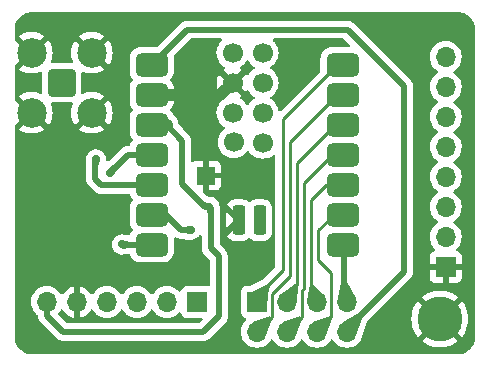
<source format=gbr>
%TF.GenerationSoftware,KiCad,Pcbnew,8.0.8*%
%TF.CreationDate,2025-03-02T22:10:17+01:00*%
%TF.ProjectId,RFM69HW Breakout,52464d36-3948-4572-9042-7265616b6f75,rev?*%
%TF.SameCoordinates,Original*%
%TF.FileFunction,Copper,L2,Bot*%
%TF.FilePolarity,Positive*%
%FSLAX46Y46*%
G04 Gerber Fmt 4.6, Leading zero omitted, Abs format (unit mm)*
G04 Created by KiCad (PCBNEW 8.0.8) date 2025-03-02 22:10:17*
%MOMM*%
%LPD*%
G01*
G04 APERTURE LIST*
G04 Aperture macros list*
%AMRoundRect*
0 Rectangle with rounded corners*
0 $1 Rounding radius*
0 $2 $3 $4 $5 $6 $7 $8 $9 X,Y pos of 4 corners*
0 Add a 4 corners polygon primitive as box body*
4,1,4,$2,$3,$4,$5,$6,$7,$8,$9,$2,$3,0*
0 Add four circle primitives for the rounded corners*
1,1,$1+$1,$2,$3*
1,1,$1+$1,$4,$5*
1,1,$1+$1,$6,$7*
1,1,$1+$1,$8,$9*
0 Add four rect primitives between the rounded corners*
20,1,$1+$1,$2,$3,$4,$5,0*
20,1,$1+$1,$4,$5,$6,$7,0*
20,1,$1+$1,$6,$7,$8,$9,0*
20,1,$1+$1,$8,$9,$2,$3,0*%
G04 Aperture macros list end*
%TA.AperFunction,ComponentPad*%
%ADD10R,1.700000X1.700000*%
%TD*%
%TA.AperFunction,ComponentPad*%
%ADD11O,1.700000X1.700000*%
%TD*%
%TA.AperFunction,ComponentPad*%
%ADD12RoundRect,0.200100X0.949900X-0.949900X0.949900X0.949900X-0.949900X0.949900X-0.949900X-0.949900X0*%
%TD*%
%TA.AperFunction,ComponentPad*%
%ADD13C,2.500000*%
%TD*%
%TA.AperFunction,ComponentPad*%
%ADD14C,2.600000*%
%TD*%
%TA.AperFunction,ConnectorPad*%
%ADD15C,3.800000*%
%TD*%
%TA.AperFunction,SMDPad,CuDef*%
%ADD16RoundRect,0.500000X0.875000X0.500000X-0.875000X0.500000X-0.875000X-0.500000X0.875000X-0.500000X0*%
%TD*%
%TA.AperFunction,SMDPad,CuDef*%
%ADD17RoundRect,0.275000X-0.275000X0.975000X-0.275000X-0.975000X0.275000X-0.975000X0.275000X0.975000X0*%
%TD*%
%TA.AperFunction,SMDPad,CuDef*%
%ADD18C,1.700000*%
%TD*%
%TA.AperFunction,HeatsinkPad*%
%ADD19R,1.524000X1.524000*%
%TD*%
%TA.AperFunction,ViaPad*%
%ADD20C,0.600000*%
%TD*%
%TA.AperFunction,ViaPad*%
%ADD21C,0.700000*%
%TD*%
%TA.AperFunction,ViaPad*%
%ADD22C,0.500000*%
%TD*%
%TA.AperFunction,Conductor*%
%ADD23C,1.000000*%
%TD*%
%TA.AperFunction,Conductor*%
%ADD24C,0.500000*%
%TD*%
%TA.AperFunction,Conductor*%
%ADD25C,0.250000*%
%TD*%
G04 APERTURE END LIST*
D10*
%TO.P,J1,1,Pin_1*%
%TO.N,SCK*%
X153924000Y-107061000D03*
D11*
%TO.P,J1,2,Pin_2*%
%TO.N,MISO*%
X151384000Y-107061000D03*
%TO.P,J1,3,Pin_3*%
%TO.N,MOSI*%
X148844000Y-107061000D03*
%TO.P,J1,4,Pin_4*%
%TO.N,NSS*%
X146304000Y-107061000D03*
%TO.P,J1,5,Pin_5*%
%TO.N,GND*%
X143764000Y-107061000D03*
%TO.P,J1,6,Pin_6*%
%TO.N,+3.3V*%
X141224000Y-107061000D03*
%TD*%
D12*
%TO.P,AE1,1,A*%
%TO.N,Net-(AE1-A)*%
X142500000Y-88500000D03*
D13*
%TO.P,AE1,2,Shield*%
%TO.N,GND*%
X139960000Y-91040000D03*
X145040000Y-91040000D03*
X139960000Y-85960000D03*
X145040000Y-85960000D03*
%TD*%
D14*
%TO.P,H1,1,1*%
%TO.N,GND*%
X174500000Y-108500000D03*
D15*
X174500000Y-108500000D03*
%TD*%
D10*
%TO.P,J2,1,Pin_1*%
%TO.N,GND*%
X175000000Y-104100000D03*
D11*
%TO.P,J2,2,Pin_2*%
%TO.N,RST*%
X175000000Y-101560000D03*
%TO.P,J2,3,Pin_3*%
%TO.N,DIO0*%
X175000000Y-99020000D03*
%TO.P,J2,4,Pin_4*%
%TO.N,DIO1*%
X175000000Y-96480000D03*
%TO.P,J2,5,Pin_5*%
%TO.N,DIO2*%
X175000000Y-93940000D03*
%TO.P,J2,6,Pin_6*%
%TO.N,DIO3*%
X175000000Y-91400000D03*
%TO.P,J2,7,Pin_7*%
%TO.N,DIO4*%
X175000000Y-88860000D03*
%TO.P,J2,8,Pin_8*%
%TO.N,DIO5*%
X175000000Y-86320000D03*
%TD*%
D10*
%TO.P,J3,1,Pin_1*%
%TO.N,D0*%
X159004000Y-107044000D03*
D11*
%TO.P,J3,2,Pin_2*%
%TO.N,D1*%
X159004000Y-109584000D03*
%TO.P,J3,3,Pin_3*%
%TO.N,D2*%
X161544000Y-107044000D03*
%TO.P,J3,4,Pin_4*%
%TO.N,D3*%
X161544000Y-109584000D03*
%TO.P,J3,5,Pin_5*%
%TO.N,D4*%
X164084000Y-107044000D03*
%TO.P,J3,6,Pin_6*%
%TO.N,D5*%
X164084000Y-109584000D03*
%TO.P,J3,7,Pin_7*%
%TO.N,D6*%
X166624000Y-107044000D03*
%TO.P,J3,8,Pin_8*%
%TO.N,+5V*%
X166624000Y-109584000D03*
%TD*%
D16*
%TO.P,U2,1,GPIO0_A0_D0*%
%TO.N,D0*%
X166269600Y-86983500D03*
%TO.P,U2,2,GPIO1_A1_D1*%
%TO.N,D1*%
X166269600Y-89523500D03*
%TO.P,U2,3,GPIO2_A2_D2*%
%TO.N,D2*%
X166269600Y-92063500D03*
%TO.P,U2,4,GPIO21_D3*%
%TO.N,D3*%
X166269600Y-94603500D03*
%TO.P,U2,5,GPIO22_D4_SDA*%
%TO.N,D4*%
X166269600Y-97143500D03*
%TO.P,U2,6,GPIO23_D5_SCL*%
%TO.N,D5*%
X166269600Y-99683500D03*
%TO.P,U2,7,GPIO16_D6_TX*%
%TO.N,D6*%
X166269600Y-102223500D03*
%TO.P,U2,8,GPIO17_D7_RX*%
%TO.N,D7*%
X150104600Y-102223500D03*
%TO.P,U2,9,GPIO19_D8_SCK*%
%TO.N,SCK*%
X150104600Y-99683500D03*
%TO.P,U2,10,GPIO20_D9_MISO*%
%TO.N,MISO*%
X150104600Y-97143500D03*
%TO.P,U2,11,GPIO18_D10_MOSI*%
%TO.N,MOSI*%
X150104600Y-94603500D03*
%TO.P,U2,12,3V3*%
%TO.N,+3.3V*%
X150104600Y-92063500D03*
%TO.P,U2,13,GND*%
%TO.N,GND*%
X150104600Y-89523500D03*
%TO.P,U2,14,5V*%
%TO.N,+5V*%
X150104600Y-86983500D03*
D17*
%TO.P,U2,15,BAT*%
%TO.N,unconnected-(U2-BAT-Pad15)*%
X159258000Y-100135200D03*
%TO.P,U2,16,GND*%
%TO.N,GND*%
X157480000Y-100135200D03*
D18*
%TO.P,U2,17,MTDI*%
%TO.N,unconnected-(U2-MTDI-Pad17)*%
X159488000Y-85962000D03*
%TO.P,U2,18,MTDO*%
%TO.N,unconnected-(U2-MTDO-Pad18)*%
X156948000Y-85962000D03*
%TO.P,U2,19,CHIP_EN*%
%TO.N,unconnected-(U2-CHIP_EN-Pad19)*%
X159488000Y-88502000D03*
%TO.P,U2,20,GND*%
%TO.N,GND*%
X156948000Y-88502000D03*
%TO.P,U2,21,MTMS*%
%TO.N,unconnected-(U2-MTMS-Pad21)*%
X159488000Y-91042000D03*
%TO.P,U2,22,MTCK*%
%TO.N,unconnected-(U2-MTCK-Pad22)*%
X156948000Y-91042000D03*
%TO.P,U2,23,BOOT*%
%TO.N,unconnected-(U2-BOOT-Pad23)*%
X159488000Y-93582000D03*
%TO.P,U2,24,3V3_1*%
%TO.N,unconnected-(U2-3V3_1-Pad24)*%
X157040600Y-93525200D03*
D19*
%TO.P,U2,25,Thermal*%
%TO.N,GND*%
X154686000Y-96360000D03*
%TD*%
D20*
%TO.N,GND*%
X150100000Y-108400000D03*
D21*
X147400000Y-84400000D03*
X157200000Y-105400000D03*
X159700000Y-102700000D03*
X139800000Y-93600000D03*
X153600000Y-92600000D03*
X149300000Y-84400000D03*
X154000000Y-91600000D03*
X143000000Y-83600000D03*
X139800000Y-108800000D03*
X139800000Y-83600000D03*
X154600000Y-88400000D03*
D22*
X154266080Y-95957415D03*
D21*
X150400000Y-83400000D03*
X139800000Y-95200000D03*
X146200000Y-93600000D03*
X161400000Y-85600000D03*
D20*
X145000000Y-108400000D03*
D21*
X155100000Y-93600000D03*
X153200000Y-87200000D03*
X149300000Y-83400000D03*
X154600000Y-90600000D03*
X155600000Y-92600000D03*
D22*
X154266080Y-96757415D03*
D21*
X162400000Y-86600000D03*
X139800000Y-101900000D03*
X143000000Y-93600000D03*
X171000000Y-85900000D03*
X155000000Y-91600000D03*
X171200000Y-109500000D03*
X139800000Y-96800000D03*
X141400000Y-93600000D03*
X153600000Y-88400000D03*
X154200000Y-86000000D03*
X172100000Y-85900000D03*
X139800000Y-110500000D03*
X142494000Y-86000000D03*
X172100000Y-86900000D03*
X171200000Y-108500000D03*
X152600000Y-90600000D03*
X156900000Y-95600000D03*
X141400000Y-83600000D03*
X148400000Y-85000000D03*
X155100000Y-94600000D03*
X158400000Y-95600000D03*
X171200000Y-107500000D03*
X158600000Y-103200000D03*
D22*
X155066080Y-96757415D03*
D21*
X157500000Y-103200000D03*
X158600000Y-104300000D03*
X158400000Y-96900000D03*
X161400000Y-87600000D03*
X144600000Y-83600000D03*
X155200000Y-87232000D03*
X142494000Y-91200000D03*
X139800000Y-100200000D03*
X146200000Y-83600000D03*
X152600000Y-88400000D03*
X157000000Y-110500000D03*
X153000000Y-91600000D03*
X162400000Y-85600000D03*
X153200000Y-86000000D03*
X154600000Y-92600000D03*
X150400000Y-84400000D03*
X159700000Y-103800000D03*
X154200000Y-87200000D03*
X155900000Y-110500000D03*
X157500000Y-104300000D03*
D22*
X155066080Y-95957415D03*
D21*
X171200000Y-110500000D03*
X156900000Y-96900000D03*
X139800000Y-105100000D03*
X144600000Y-93600000D03*
X155200000Y-86010000D03*
X153600000Y-90600000D03*
X161400000Y-86600000D03*
X154100000Y-93600000D03*
D20*
X147600000Y-108400000D03*
D21*
X154100000Y-94600000D03*
X139800000Y-98500000D03*
X139800000Y-103500000D03*
%TO.N,+3.3V*%
X155000000Y-99000000D03*
%TO.N,MOSI*%
X146558000Y-96122000D03*
%TO.N,MISO*%
X145400000Y-95000000D03*
%TO.N,SCK*%
X153416000Y-100948000D03*
%TO.N,D7*%
X147600000Y-102200000D03*
%TD*%
D23*
%TO.N,GND*%
X155926500Y-89523500D02*
X156948000Y-88502000D01*
X150104600Y-89523500D02*
X155926500Y-89523500D01*
D24*
%TO.N,+3.3V*%
X155000000Y-99000000D02*
X154600000Y-99000000D01*
X155000000Y-99000000D02*
X155100000Y-99100000D01*
X154600000Y-99000000D02*
X152700000Y-97100000D01*
X142600000Y-109600000D02*
X141224000Y-108224000D01*
X154485000Y-109600000D02*
X142600000Y-109600000D01*
X141224000Y-108224000D02*
X141224000Y-107061000D01*
X155800000Y-108285000D02*
X154485000Y-109600000D01*
X152700000Y-93400000D02*
X151363500Y-92063500D01*
X152700000Y-97100000D02*
X152700000Y-93400000D01*
X155100000Y-99100000D02*
X155100000Y-102500000D01*
X155100000Y-102500000D02*
X155800000Y-103200000D01*
X155800000Y-103200000D02*
X155800000Y-108285000D01*
D23*
X151363500Y-92063500D02*
X150104600Y-92063500D01*
D25*
%TO.N,D0*%
X165816500Y-86983500D02*
X161200000Y-91600000D01*
X159004000Y-106596000D02*
X159004000Y-107044000D01*
X161200000Y-104400000D02*
X159004000Y-106596000D01*
X161200000Y-91600000D02*
X161200000Y-104400000D01*
X166269600Y-86983500D02*
X165816500Y-86983500D01*
%TO.N,D2*%
X166269600Y-92063500D02*
X165636500Y-92063500D01*
X165636500Y-92063500D02*
X162400000Y-95300000D01*
X162400000Y-105600000D02*
X161544000Y-106456000D01*
X162400000Y-95300000D02*
X162400000Y-105600000D01*
X161544000Y-106456000D02*
X161544000Y-107044000D01*
%TO.N,D4*%
X166269600Y-97143500D02*
X164894600Y-97143500D01*
X164894600Y-97143500D02*
X163600000Y-98438100D01*
X163600000Y-106560000D02*
X164084000Y-107044000D01*
X163600000Y-98438100D02*
X163600000Y-106560000D01*
%TO.N,D5*%
X165300000Y-104600000D02*
X165300000Y-108368000D01*
X165111100Y-100088900D02*
X164200000Y-101000000D01*
X164200000Y-103500000D02*
X165300000Y-104600000D01*
X165300000Y-100088900D02*
X165111100Y-100088900D01*
X165300000Y-108368000D02*
X164084000Y-109584000D01*
X164200000Y-101000000D02*
X164200000Y-103500000D01*
%TO.N,D6*%
X166400000Y-106820000D02*
X166624000Y-107044000D01*
X166269600Y-102223500D02*
X166400000Y-102353900D01*
D24*
X166400000Y-102353900D02*
X166400000Y-106820000D01*
D25*
%TO.N,D1*%
X161800000Y-93500000D02*
X161800000Y-104855000D01*
X161800000Y-104855000D02*
X160274000Y-106381000D01*
X160274000Y-108314000D02*
X159004000Y-109584000D01*
X165776500Y-89523500D02*
X161800000Y-93500000D01*
X166269600Y-89523500D02*
X165776500Y-89523500D01*
X160274000Y-106381000D02*
X160274000Y-108314000D01*
%TO.N,D3*%
X162800000Y-108328000D02*
X161544000Y-109584000D01*
X163000000Y-97000000D02*
X163000000Y-105900000D01*
X163000000Y-105900000D02*
X162800000Y-106100000D01*
X166269600Y-94603500D02*
X165396500Y-94603500D01*
X165396500Y-94603500D02*
X163000000Y-97000000D01*
X162800000Y-106100000D02*
X162800000Y-108328000D01*
D24*
%TO.N,MOSI*%
X148076500Y-94603500D02*
X150104600Y-94603500D01*
X146558000Y-96122000D02*
X148076500Y-94603500D01*
%TO.N,MISO*%
X145400000Y-95000000D02*
X145288000Y-95112000D01*
X145834000Y-97176000D02*
X150072100Y-97176000D01*
X150072100Y-97176000D02*
X150104600Y-97143500D01*
X145288000Y-95112000D02*
X145288000Y-96630000D01*
X145288000Y-96630000D02*
X145834000Y-97176000D01*
%TO.N,SCK*%
X153416000Y-100948000D02*
X152548000Y-100948000D01*
X151283500Y-99683500D02*
X150104600Y-99683500D01*
X152548000Y-100948000D02*
X151283500Y-99683500D01*
%TO.N,+5V*%
X166624000Y-109376000D02*
X166624000Y-109584000D01*
X166694000Y-84000000D02*
X171500000Y-88806000D01*
X153088100Y-84000000D02*
X166694000Y-84000000D01*
X150104600Y-86983500D02*
X153088100Y-84000000D01*
X171500000Y-104500000D02*
X166624000Y-109376000D01*
X171500000Y-88806000D02*
X171500000Y-104500000D01*
%TO.N,D7*%
X147600000Y-102200000D02*
X147623500Y-102223500D01*
X147623500Y-102223500D02*
X150104600Y-102223500D01*
%TD*%
%TA.AperFunction,Conductor*%
%TO.N,+3.3V*%
G36*
X155338334Y-98999966D02*
G01*
X155346597Y-99003417D01*
X155350000Y-99011666D01*
X155350000Y-99668409D01*
X155346573Y-99676682D01*
X155338300Y-99680109D01*
X154858562Y-99680109D01*
X154850289Y-99676682D01*
X154847410Y-99671949D01*
X154679883Y-99144150D01*
X154680647Y-99135227D01*
X154686526Y-99129814D01*
X154997826Y-98999907D01*
X155002357Y-98999006D01*
X155338334Y-98999966D01*
G37*
%TD.AperFunction*%
%TD*%
%TA.AperFunction,Conductor*%
%TO.N,D0*%
G36*
X159924648Y-105510567D02*
G01*
X160091264Y-105677183D01*
X160094691Y-105685456D01*
X160094564Y-105687173D01*
X160023209Y-106168206D01*
X160019910Y-106174762D01*
X160013534Y-106181138D01*
X159970683Y-106255357D01*
X159970284Y-106256848D01*
X159970283Y-106256847D01*
X159970283Y-106256851D01*
X159948500Y-106338144D01*
X159948500Y-106670995D01*
X159948373Y-106672712D01*
X159856003Y-107295412D01*
X159851400Y-107303093D01*
X159842713Y-107305268D01*
X159840960Y-107304869D01*
X159007934Y-107046148D01*
X159001050Y-107040422D01*
X158563587Y-106204501D01*
X158562788Y-106195584D01*
X158568529Y-106188712D01*
X158568588Y-106188681D01*
X159911090Y-105508402D01*
X159920015Y-105507721D01*
X159924648Y-105510567D01*
G37*
%TD.AperFunction*%
%TD*%
%TA.AperFunction,Conductor*%
%TO.N,D2*%
G36*
X162281990Y-105554845D02*
G01*
X162448318Y-105721173D01*
X162451745Y-105729446D01*
X162451734Y-105729960D01*
X162394491Y-107032823D01*
X162390704Y-107040937D01*
X162382812Y-107044009D01*
X161548153Y-107044702D01*
X161539877Y-107041282D01*
X161539860Y-107041265D01*
X160952990Y-106453013D01*
X160949573Y-106444736D01*
X160953010Y-106436467D01*
X160954741Y-106435043D01*
X162267195Y-105553405D01*
X162275971Y-105551637D01*
X162281990Y-105554845D01*
G37*
%TD.AperFunction*%
%TD*%
%TA.AperFunction,Conductor*%
%TO.N,D6*%
G36*
X166651480Y-105391983D02*
G01*
X166653368Y-105394456D01*
X167402723Y-106707202D01*
X167403848Y-106716086D01*
X167398362Y-106723163D01*
X167397051Y-106723807D01*
X166628489Y-107043134D01*
X166619534Y-107043143D01*
X166619511Y-107043134D01*
X165847866Y-106722526D01*
X165841541Y-106716187D01*
X165840963Y-106709057D01*
X166147886Y-105397590D01*
X166153108Y-105390315D01*
X166159278Y-105388556D01*
X166643207Y-105388556D01*
X166651480Y-105391983D01*
G37*
%TD.AperFunction*%
%TD*%
%TA.AperFunction,Conductor*%
%TO.N,MISO*%
G36*
X145402174Y-94999907D02*
G01*
X145713260Y-95129725D01*
X145719574Y-95136073D01*
X145719827Y-95144297D01*
X145540701Y-95669797D01*
X145534788Y-95676522D01*
X145529627Y-95677722D01*
X145049909Y-95677722D01*
X145041636Y-95674295D01*
X145038209Y-95666022D01*
X145038211Y-95665815D01*
X145049797Y-95011460D01*
X145053370Y-95003249D01*
X145061461Y-94999967D01*
X145397641Y-94999006D01*
X145402174Y-94999907D01*
G37*
%TD.AperFunction*%
%TD*%
%TA.AperFunction,Conductor*%
%TO.N,+5V*%
G36*
X167530841Y-108128052D02*
G01*
X167873090Y-108470301D01*
X167876517Y-108478574D01*
X167875938Y-108482210D01*
X167413220Y-109897286D01*
X167407391Y-109904085D01*
X167398463Y-109904771D01*
X167397633Y-109904464D01*
X166627785Y-109586562D01*
X166621447Y-109580238D01*
X166302706Y-108808357D01*
X166302715Y-108799404D01*
X166307863Y-108793653D01*
X167516913Y-108126082D01*
X167525812Y-108125084D01*
X167530841Y-108128052D01*
G37*
%TD.AperFunction*%
%TD*%
%TA.AperFunction,Conductor*%
%TO.N,D3*%
G36*
X162659690Y-108296460D02*
G01*
X162662897Y-108298734D01*
X162829265Y-108465102D01*
X162832692Y-108473375D01*
X162832031Y-108477251D01*
X162333388Y-109897629D01*
X162327415Y-109904300D01*
X162318473Y-109904792D01*
X162317883Y-109904567D01*
X161547785Y-109586562D01*
X161541447Y-109580238D01*
X161223432Y-108810115D01*
X161223441Y-108801161D01*
X161229780Y-108794836D01*
X161230345Y-108794620D01*
X162650748Y-108295968D01*
X162659690Y-108296460D01*
G37*
%TD.AperFunction*%
%TD*%
%TA.AperFunction,Conductor*%
%TO.N,+3.3V*%
G36*
X154570075Y-98611577D02*
G01*
X154989362Y-98649049D01*
X154997298Y-98653199D01*
X155000021Y-98660679D01*
X155000702Y-98998349D01*
X154999800Y-99002879D01*
X154871070Y-99311353D01*
X154864721Y-99317668D01*
X154855766Y-99317645D01*
X154854652Y-99317109D01*
X154224782Y-98972142D01*
X154219172Y-98965162D01*
X154220140Y-98956260D01*
X154222126Y-98953610D01*
X154560778Y-98614958D01*
X154569050Y-98611532D01*
X154570075Y-98611577D01*
G37*
%TD.AperFunction*%
%TD*%
%TA.AperFunction,Conductor*%
%TO.N,D1*%
G36*
X160119690Y-108296460D02*
G01*
X160122897Y-108298734D01*
X160289265Y-108465102D01*
X160292692Y-108473375D01*
X160292031Y-108477251D01*
X159793388Y-109897629D01*
X159787415Y-109904300D01*
X159778473Y-109904792D01*
X159777883Y-109904567D01*
X159007785Y-109586562D01*
X159001447Y-109580238D01*
X158683432Y-108810115D01*
X158683441Y-108801161D01*
X158689780Y-108794836D01*
X158690345Y-108794620D01*
X160110748Y-108295968D01*
X160119690Y-108296460D01*
G37*
%TD.AperFunction*%
%TD*%
%TA.AperFunction,Conductor*%
%TO.N,GND*%
G36*
X144014000Y-108391633D02*
G01*
X144227483Y-108334433D01*
X144227492Y-108334429D01*
X144441578Y-108234600D01*
X144635082Y-108099105D01*
X144802105Y-107932082D01*
X144932119Y-107746405D01*
X144986696Y-107702781D01*
X145056195Y-107695588D01*
X145118549Y-107727110D01*
X145135269Y-107746405D01*
X145265505Y-107932401D01*
X145432599Y-108099495D01*
X145511076Y-108154445D01*
X145626165Y-108235032D01*
X145626167Y-108235033D01*
X145626170Y-108235035D01*
X145840337Y-108334903D01*
X145840343Y-108334904D01*
X145840344Y-108334905D01*
X145895285Y-108349626D01*
X146068592Y-108396063D01*
X146245034Y-108411500D01*
X146303999Y-108416659D01*
X146304000Y-108416659D01*
X146304001Y-108416659D01*
X146362966Y-108411500D01*
X146539408Y-108396063D01*
X146767663Y-108334903D01*
X146981830Y-108235035D01*
X147175401Y-108099495D01*
X147342495Y-107932401D01*
X147472425Y-107746842D01*
X147527002Y-107703217D01*
X147596500Y-107696023D01*
X147658855Y-107727546D01*
X147675575Y-107746842D01*
X147805500Y-107932395D01*
X147805505Y-107932401D01*
X147972599Y-108099495D01*
X148051076Y-108154445D01*
X148166165Y-108235032D01*
X148166167Y-108235033D01*
X148166170Y-108235035D01*
X148380337Y-108334903D01*
X148380343Y-108334904D01*
X148380344Y-108334905D01*
X148435285Y-108349626D01*
X148608592Y-108396063D01*
X148785034Y-108411500D01*
X148843999Y-108416659D01*
X148844000Y-108416659D01*
X148844001Y-108416659D01*
X148902966Y-108411500D01*
X149079408Y-108396063D01*
X149307663Y-108334903D01*
X149521830Y-108235035D01*
X149715401Y-108099495D01*
X149882495Y-107932401D01*
X150012425Y-107746842D01*
X150067002Y-107703217D01*
X150136500Y-107696023D01*
X150198855Y-107727546D01*
X150215575Y-107746842D01*
X150345500Y-107932395D01*
X150345505Y-107932401D01*
X150512599Y-108099495D01*
X150591076Y-108154445D01*
X150706165Y-108235032D01*
X150706167Y-108235033D01*
X150706170Y-108235035D01*
X150920337Y-108334903D01*
X150920343Y-108334904D01*
X150920344Y-108334905D01*
X150975285Y-108349626D01*
X151148592Y-108396063D01*
X151325034Y-108411500D01*
X151383999Y-108416659D01*
X151384000Y-108416659D01*
X151384001Y-108416659D01*
X151442966Y-108411500D01*
X151619408Y-108396063D01*
X151847663Y-108334903D01*
X152061830Y-108235035D01*
X152255401Y-108099495D01*
X152377329Y-107977566D01*
X152438648Y-107944084D01*
X152508340Y-107949068D01*
X152564274Y-107990939D01*
X152581189Y-108021917D01*
X152630202Y-108153328D01*
X152630206Y-108153335D01*
X152716452Y-108268544D01*
X152716455Y-108268547D01*
X152831664Y-108354793D01*
X152831671Y-108354797D01*
X152966517Y-108405091D01*
X152966516Y-108405091D01*
X152973444Y-108405835D01*
X153026127Y-108411500D01*
X154312770Y-108411499D01*
X154379809Y-108431184D01*
X154425564Y-108483987D01*
X154435508Y-108553146D01*
X154406483Y-108616702D01*
X154400451Y-108623180D01*
X154210451Y-108813181D01*
X154149128Y-108846666D01*
X154122770Y-108849500D01*
X142962230Y-108849500D01*
X142895191Y-108829815D01*
X142874549Y-108813181D01*
X142215813Y-108154445D01*
X142182328Y-108093122D01*
X142187312Y-108023430D01*
X142215813Y-107979083D01*
X142236024Y-107958872D01*
X142262495Y-107932401D01*
X142392730Y-107746405D01*
X142447307Y-107702781D01*
X142516805Y-107695587D01*
X142579160Y-107727110D01*
X142595879Y-107746405D01*
X142725890Y-107932078D01*
X142892917Y-108099105D01*
X143086421Y-108234600D01*
X143300507Y-108334429D01*
X143300516Y-108334433D01*
X143514000Y-108391634D01*
X143514000Y-107494012D01*
X143571007Y-107526925D01*
X143698174Y-107561000D01*
X143829826Y-107561000D01*
X143956993Y-107526925D01*
X144014000Y-107494012D01*
X144014000Y-108391633D01*
G37*
%TD.AperFunction*%
%TA.AperFunction,Conductor*%
G36*
X166398809Y-84770185D02*
G01*
X166419451Y-84786819D01*
X166903951Y-85271319D01*
X166937436Y-85332642D01*
X166932452Y-85402334D01*
X166890580Y-85458267D01*
X166825116Y-85482684D01*
X166816270Y-85483000D01*
X165336571Y-85483000D01*
X165336565Y-85483000D01*
X165336564Y-85483001D01*
X165324916Y-85484036D01*
X165217184Y-85493613D01*
X165021554Y-85549589D01*
X164931372Y-85596696D01*
X164841193Y-85643802D01*
X164841191Y-85643803D01*
X164841190Y-85643804D01*
X164683490Y-85772390D01*
X164554904Y-85930090D01*
X164554902Y-85930093D01*
X164539280Y-85960000D01*
X164460689Y-86110454D01*
X164404714Y-86306083D01*
X164404713Y-86306086D01*
X164394100Y-86425466D01*
X164394100Y-87469947D01*
X164374415Y-87536986D01*
X164357781Y-87557628D01*
X161034084Y-90881324D01*
X160972761Y-90914809D01*
X160903069Y-90909825D01*
X160847136Y-90867953D01*
X160825624Y-90811634D01*
X160824002Y-90811921D01*
X160823063Y-90806596D01*
X160823063Y-90806592D01*
X160761903Y-90578337D01*
X160662035Y-90364171D01*
X160660169Y-90361505D01*
X160526494Y-90170597D01*
X160359402Y-90003506D01*
X160359396Y-90003501D01*
X160173842Y-89873575D01*
X160130217Y-89818998D01*
X160123023Y-89749500D01*
X160154546Y-89687145D01*
X160173842Y-89670425D01*
X160288913Y-89589851D01*
X160359401Y-89540495D01*
X160526495Y-89373401D01*
X160662035Y-89179830D01*
X160761903Y-88965663D01*
X160823063Y-88737408D01*
X160843659Y-88502000D01*
X160823063Y-88266592D01*
X160761903Y-88038337D01*
X160662035Y-87824171D01*
X160660169Y-87821505D01*
X160526494Y-87630597D01*
X160359402Y-87463506D01*
X160359396Y-87463501D01*
X160173842Y-87333575D01*
X160130217Y-87278998D01*
X160123023Y-87209500D01*
X160154546Y-87147145D01*
X160173842Y-87130425D01*
X160317796Y-87029627D01*
X160359401Y-87000495D01*
X160526495Y-86833401D01*
X160662035Y-86639830D01*
X160761903Y-86425663D01*
X160823063Y-86197408D01*
X160843659Y-85962000D01*
X160823063Y-85726592D01*
X160761903Y-85498337D01*
X160662035Y-85284171D01*
X160660168Y-85281505D01*
X160526496Y-85090600D01*
X160481990Y-85046094D01*
X160398075Y-84962179D01*
X160364592Y-84900859D01*
X160369576Y-84831167D01*
X160411447Y-84775233D01*
X160476911Y-84750816D01*
X160485758Y-84750500D01*
X166331770Y-84750500D01*
X166398809Y-84770185D01*
G37*
%TD.AperFunction*%
%TA.AperFunction,Conductor*%
G36*
X176004418Y-82500816D02*
G01*
X176204561Y-82515130D01*
X176222063Y-82517647D01*
X176413797Y-82559355D01*
X176430755Y-82564334D01*
X176614609Y-82632909D01*
X176630701Y-82640259D01*
X176802904Y-82734288D01*
X176817784Y-82743849D01*
X176974867Y-82861441D01*
X176988237Y-82873027D01*
X177126972Y-83011762D01*
X177138558Y-83025132D01*
X177256146Y-83182210D01*
X177265711Y-83197095D01*
X177359740Y-83369298D01*
X177367090Y-83385390D01*
X177435662Y-83569236D01*
X177440646Y-83586212D01*
X177482351Y-83777931D01*
X177484869Y-83795442D01*
X177499184Y-83995580D01*
X177499500Y-84004427D01*
X177499500Y-109995572D01*
X177499184Y-110004419D01*
X177484869Y-110204557D01*
X177482351Y-110222068D01*
X177440646Y-110413787D01*
X177435662Y-110430763D01*
X177367090Y-110614609D01*
X177359740Y-110630701D01*
X177265711Y-110802904D01*
X177256146Y-110817789D01*
X177138558Y-110974867D01*
X177126972Y-110988237D01*
X176988237Y-111126972D01*
X176974867Y-111138558D01*
X176817789Y-111256146D01*
X176802904Y-111265711D01*
X176630701Y-111359740D01*
X176614609Y-111367090D01*
X176430763Y-111435662D01*
X176413787Y-111440646D01*
X176222068Y-111482351D01*
X176204557Y-111484869D01*
X176023779Y-111497799D01*
X176004417Y-111499184D01*
X175995572Y-111499500D01*
X140004428Y-111499500D01*
X139995582Y-111499184D01*
X139973622Y-111497613D01*
X139795442Y-111484869D01*
X139777931Y-111482351D01*
X139586212Y-111440646D01*
X139569236Y-111435662D01*
X139385390Y-111367090D01*
X139369298Y-111359740D01*
X139197095Y-111265711D01*
X139182210Y-111256146D01*
X139025132Y-111138558D01*
X139011762Y-111126972D01*
X138873027Y-110988237D01*
X138861441Y-110974867D01*
X138743849Y-110817784D01*
X138734288Y-110802904D01*
X138640259Y-110630701D01*
X138632909Y-110614609D01*
X138601499Y-110530397D01*
X138564334Y-110430755D01*
X138559355Y-110413797D01*
X138517647Y-110222063D01*
X138515130Y-110204556D01*
X138513585Y-110182957D01*
X138500816Y-110004418D01*
X138500500Y-109995572D01*
X138500500Y-107060999D01*
X139868341Y-107060999D01*
X139868341Y-107061000D01*
X139888936Y-107296403D01*
X139888938Y-107296413D01*
X139950094Y-107524655D01*
X139950096Y-107524659D01*
X139950097Y-107524663D01*
X140029801Y-107695588D01*
X140049965Y-107738830D01*
X140049967Y-107738834D01*
X140158281Y-107893521D01*
X140185504Y-107932400D01*
X140185506Y-107932402D01*
X140352595Y-108099492D01*
X140352598Y-108099494D01*
X140352599Y-108099495D01*
X140420623Y-108147125D01*
X140464248Y-108201701D01*
X140473500Y-108248700D01*
X140473500Y-108297918D01*
X140473500Y-108297920D01*
X140473499Y-108297920D01*
X140502340Y-108442907D01*
X140502343Y-108442917D01*
X140558914Y-108579492D01*
X140558915Y-108579494D01*
X140558916Y-108579495D01*
X140588105Y-108623180D01*
X140591812Y-108628727D01*
X140591813Y-108628730D01*
X140641046Y-108702414D01*
X140641052Y-108702421D01*
X142121584Y-110182952D01*
X142121590Y-110182957D01*
X142153919Y-110204557D01*
X142179693Y-110221778D01*
X142179695Y-110221779D01*
X142179698Y-110221782D01*
X142179699Y-110221782D01*
X142244505Y-110265084D01*
X142244507Y-110265085D01*
X142244511Y-110265087D01*
X142381082Y-110321656D01*
X142381087Y-110321658D01*
X142381091Y-110321658D01*
X142381092Y-110321659D01*
X142526079Y-110350500D01*
X142526082Y-110350500D01*
X154558920Y-110350500D01*
X154656462Y-110331096D01*
X154703913Y-110321658D01*
X154840495Y-110265084D01*
X154905301Y-110221782D01*
X154963416Y-110182952D01*
X156382952Y-108763416D01*
X156454389Y-108656501D01*
X156465084Y-108640495D01*
X156521658Y-108503913D01*
X156540346Y-108409965D01*
X156550500Y-108358920D01*
X156550500Y-103126079D01*
X156521659Y-102981092D01*
X156521658Y-102981091D01*
X156521658Y-102981087D01*
X156521656Y-102981082D01*
X156465087Y-102844511D01*
X156465080Y-102844498D01*
X156382952Y-102721585D01*
X156346096Y-102684729D01*
X156278416Y-102617049D01*
X155886819Y-102225451D01*
X155853334Y-102164128D01*
X155850500Y-102137770D01*
X155850500Y-100831648D01*
X156430000Y-100831648D01*
X157126447Y-100135200D01*
X157126447Y-100135199D01*
X156430000Y-99438751D01*
X156430000Y-100831648D01*
X155850500Y-100831648D01*
X155850500Y-99712054D01*
X155851762Y-99694408D01*
X155854326Y-99676573D01*
X155855500Y-99668409D01*
X155855500Y-99011666D01*
X155855358Y-99008981D01*
X155855185Y-99002438D01*
X155855185Y-99000010D01*
X155855184Y-99000005D01*
X155855185Y-99000000D01*
X155854910Y-98997393D01*
X155854408Y-98991025D01*
X155852681Y-98958351D01*
X155851677Y-98954395D01*
X155848548Y-98936861D01*
X155836497Y-98822197D01*
X155832813Y-98810860D01*
X156509211Y-98810860D01*
X157569094Y-99870743D01*
X157602579Y-99932066D01*
X157597595Y-100001758D01*
X157569095Y-100046105D01*
X157480000Y-100135200D01*
X157569094Y-100224294D01*
X157602579Y-100285617D01*
X157597595Y-100355309D01*
X157569094Y-100399656D01*
X156509212Y-101459538D01*
X156595246Y-101596462D01*
X156718737Y-101719953D01*
X156866613Y-101812869D01*
X157031460Y-101870551D01*
X157161469Y-101885199D01*
X157161473Y-101885200D01*
X157798527Y-101885200D01*
X157798530Y-101885199D01*
X157928539Y-101870551D01*
X158093386Y-101812869D01*
X158241262Y-101719953D01*
X158280964Y-101680251D01*
X158342287Y-101646765D01*
X158411978Y-101651749D01*
X158456327Y-101680250D01*
X158496424Y-101720347D01*
X158644394Y-101813322D01*
X158809343Y-101871041D01*
X158809349Y-101871041D01*
X158809351Y-101871042D01*
X158850750Y-101875706D01*
X158939442Y-101885699D01*
X158939445Y-101885700D01*
X158939448Y-101885700D01*
X159576555Y-101885700D01*
X159576556Y-101885699D01*
X159706657Y-101871041D01*
X159871606Y-101813322D01*
X160019576Y-101720347D01*
X160143147Y-101596776D01*
X160236122Y-101448806D01*
X160293841Y-101283857D01*
X160308500Y-101153752D01*
X160308500Y-99116648D01*
X160296043Y-99006083D01*
X160293842Y-98986551D01*
X160293841Y-98986549D01*
X160293841Y-98986543D01*
X160236122Y-98821594D01*
X160143147Y-98673624D01*
X160019576Y-98550053D01*
X159871606Y-98457078D01*
X159871605Y-98457077D01*
X159871604Y-98457077D01*
X159706658Y-98399359D01*
X159706648Y-98399357D01*
X159576558Y-98384700D01*
X159576552Y-98384700D01*
X158939448Y-98384700D01*
X158939441Y-98384700D01*
X158809351Y-98399357D01*
X158809341Y-98399359D01*
X158644395Y-98457077D01*
X158496423Y-98550053D01*
X158456326Y-98590150D01*
X158395003Y-98623635D01*
X158325311Y-98618649D01*
X158280965Y-98590149D01*
X158241262Y-98550446D01*
X158093386Y-98457530D01*
X157928539Y-98399848D01*
X157798530Y-98385200D01*
X157161469Y-98385200D01*
X157031460Y-98399848D01*
X156866613Y-98457530D01*
X156718737Y-98550446D01*
X156595245Y-98673938D01*
X156509211Y-98810860D01*
X155832813Y-98810860D01*
X155788325Y-98673938D01*
X155781252Y-98652170D01*
X155781249Y-98652164D01*
X155691859Y-98497335D01*
X155628948Y-98427465D01*
X155572235Y-98364478D01*
X155572232Y-98364476D01*
X155572231Y-98364475D01*
X155572230Y-98364474D01*
X155427593Y-98259388D01*
X155264267Y-98186671D01*
X155264265Y-98186670D01*
X155136594Y-98159533D01*
X155089391Y-98149500D01*
X155089390Y-98149500D01*
X155065504Y-98149500D01*
X155037003Y-98146180D01*
X155034360Y-98145556D01*
X155034356Y-98145555D01*
X154829424Y-98127240D01*
X154764403Y-98101666D01*
X154752781Y-98091413D01*
X154447365Y-97785997D01*
X154413880Y-97724674D01*
X154418864Y-97654982D01*
X154436000Y-97628318D01*
X154436000Y-97622000D01*
X154936000Y-97622000D01*
X155495828Y-97622000D01*
X155495844Y-97621999D01*
X155555372Y-97615598D01*
X155555379Y-97615596D01*
X155690086Y-97565354D01*
X155690093Y-97565350D01*
X155805187Y-97479190D01*
X155805190Y-97479187D01*
X155891350Y-97364093D01*
X155891354Y-97364086D01*
X155941596Y-97229379D01*
X155941598Y-97229372D01*
X155947999Y-97169844D01*
X155948000Y-97169827D01*
X155948000Y-96610000D01*
X154936000Y-96610000D01*
X154936000Y-97622000D01*
X154436000Y-97622000D01*
X154436000Y-96110000D01*
X154936000Y-96110000D01*
X155948000Y-96110000D01*
X155948000Y-95550172D01*
X155947999Y-95550155D01*
X155941598Y-95490627D01*
X155941596Y-95490620D01*
X155891354Y-95355913D01*
X155891350Y-95355906D01*
X155805190Y-95240812D01*
X155805187Y-95240809D01*
X155690093Y-95154649D01*
X155690086Y-95154645D01*
X155555379Y-95104403D01*
X155555372Y-95104401D01*
X155495844Y-95098000D01*
X154936000Y-95098000D01*
X154936000Y-96110000D01*
X154436000Y-96110000D01*
X154436000Y-95098000D01*
X153876155Y-95098000D01*
X153816627Y-95104401D01*
X153816620Y-95104403D01*
X153681913Y-95154645D01*
X153681911Y-95154646D01*
X153648810Y-95179426D01*
X153583345Y-95203842D01*
X153515073Y-95188990D01*
X153465667Y-95139584D01*
X153450500Y-95080158D01*
X153450500Y-93326079D01*
X153421659Y-93181092D01*
X153421658Y-93181091D01*
X153421658Y-93181087D01*
X153375064Y-93068599D01*
X153365087Y-93044511D01*
X153365080Y-93044498D01*
X153282952Y-92921585D01*
X153262868Y-92901501D01*
X153178416Y-92817049D01*
X152798353Y-92436986D01*
X152399489Y-92038121D01*
X152366004Y-91976798D01*
X152364668Y-91968315D01*
X152325552Y-91771670D01*
X152325551Y-91771669D01*
X152325551Y-91771665D01*
X152304082Y-91719834D01*
X152250135Y-91589592D01*
X152250128Y-91589579D01*
X152140639Y-91425718D01*
X152140636Y-91425714D01*
X152001285Y-91286363D01*
X152001281Y-91286360D01*
X151964505Y-91261787D01*
X151919700Y-91208175D01*
X151914180Y-91192797D01*
X151913509Y-91190452D01*
X151913509Y-91190451D01*
X151819298Y-91010093D01*
X151706261Y-90871464D01*
X151679152Y-90807068D01*
X151691161Y-90738238D01*
X151706262Y-90714741D01*
X151818878Y-90576630D01*
X151913042Y-90396361D01*
X151968990Y-90200828D01*
X151968991Y-90200825D01*
X151979599Y-90081500D01*
X151979600Y-90081498D01*
X151979600Y-88965502D01*
X151979599Y-88965499D01*
X151968991Y-88846174D01*
X151968990Y-88846171D01*
X151913042Y-88650638D01*
X151835399Y-88501998D01*
X155592843Y-88501998D01*
X155592843Y-88502001D01*
X155613430Y-88737315D01*
X155613432Y-88737326D01*
X155674566Y-88965483D01*
X155674570Y-88965492D01*
X155774398Y-89179576D01*
X155833073Y-89263372D01*
X156594446Y-88502000D01*
X156594446Y-88501999D01*
X155833073Y-87740626D01*
X155833073Y-87740627D01*
X155774400Y-87824421D01*
X155774399Y-87824423D01*
X155674570Y-88038507D01*
X155674566Y-88038516D01*
X155613432Y-88266673D01*
X155613430Y-88266684D01*
X155592843Y-88501998D01*
X151835399Y-88501998D01*
X151818878Y-88470370D01*
X151706261Y-88332257D01*
X151679152Y-88267861D01*
X151691161Y-88199031D01*
X151706258Y-88175539D01*
X151819298Y-88036907D01*
X151913509Y-87856549D01*
X151969486Y-87660918D01*
X151980100Y-87541537D01*
X151980099Y-86425464D01*
X151969486Y-86306082D01*
X151961511Y-86278211D01*
X151961994Y-86208345D01*
X151993044Y-86156422D01*
X153362648Y-84786819D01*
X153423971Y-84753334D01*
X153450329Y-84750500D01*
X155950241Y-84750500D01*
X156017280Y-84770185D01*
X156063035Y-84822989D01*
X156072979Y-84892147D01*
X156043954Y-84955703D01*
X156037922Y-84962181D01*
X155909505Y-85090597D01*
X155773965Y-85284169D01*
X155773964Y-85284171D01*
X155674098Y-85498335D01*
X155674094Y-85498344D01*
X155612938Y-85726586D01*
X155612936Y-85726596D01*
X155592341Y-85961999D01*
X155592341Y-85962000D01*
X155612936Y-86197403D01*
X155612938Y-86197413D01*
X155674094Y-86425655D01*
X155674096Y-86425659D01*
X155674097Y-86425663D01*
X155678000Y-86434032D01*
X155773965Y-86639830D01*
X155773967Y-86639834D01*
X155831099Y-86721426D01*
X155909505Y-86833401D01*
X156076599Y-87000495D01*
X156147684Y-87050269D01*
X156262595Y-87130731D01*
X156306219Y-87185308D01*
X156313412Y-87254807D01*
X156281890Y-87317161D01*
X156262594Y-87333881D01*
X156186627Y-87387073D01*
X156186626Y-87387073D01*
X156948000Y-88148446D01*
X156948001Y-88148446D01*
X157709372Y-87387073D01*
X157709372Y-87387072D01*
X157633405Y-87333879D01*
X157589780Y-87279302D01*
X157582588Y-87209804D01*
X157614110Y-87147449D01*
X157633406Y-87130730D01*
X157777796Y-87029627D01*
X157819401Y-87000495D01*
X157986495Y-86833401D01*
X158116425Y-86647842D01*
X158171002Y-86604217D01*
X158240500Y-86597023D01*
X158302855Y-86628546D01*
X158319575Y-86647842D01*
X158449501Y-86833396D01*
X158449506Y-86833402D01*
X158616597Y-87000493D01*
X158616603Y-87000498D01*
X158802158Y-87130425D01*
X158845783Y-87185002D01*
X158852977Y-87254500D01*
X158821454Y-87316855D01*
X158802158Y-87333575D01*
X158616597Y-87463505D01*
X158449508Y-87630594D01*
X158319269Y-87816595D01*
X158264692Y-87860219D01*
X158195193Y-87867412D01*
X158132839Y-87835890D01*
X158116119Y-87816595D01*
X158062925Y-87740626D01*
X157301554Y-88501999D01*
X157301554Y-88502000D01*
X158062925Y-89263371D01*
X158116120Y-89187404D01*
X158170697Y-89143780D01*
X158240196Y-89136588D01*
X158302550Y-89168111D01*
X158319268Y-89187404D01*
X158449505Y-89373401D01*
X158449506Y-89373402D01*
X158616597Y-89540493D01*
X158616603Y-89540498D01*
X158802158Y-89670425D01*
X158845783Y-89725002D01*
X158852977Y-89794500D01*
X158821454Y-89856855D01*
X158802158Y-89873575D01*
X158616597Y-90003505D01*
X158449505Y-90170597D01*
X158319575Y-90356158D01*
X158264998Y-90399783D01*
X158195500Y-90406977D01*
X158133145Y-90375454D01*
X158116425Y-90356158D01*
X157986494Y-90170597D01*
X157819402Y-90003506D01*
X157819401Y-90003505D01*
X157633405Y-89873269D01*
X157589781Y-89818692D01*
X157582588Y-89749193D01*
X157614110Y-89686839D01*
X157633404Y-89670120D01*
X157709371Y-89616925D01*
X156948000Y-88855554D01*
X156186627Y-89616925D01*
X156262595Y-89670119D01*
X156306219Y-89724696D01*
X156313412Y-89794195D01*
X156281890Y-89856549D01*
X156262595Y-89873269D01*
X156076594Y-90003508D01*
X155909505Y-90170597D01*
X155773965Y-90364169D01*
X155773964Y-90364171D01*
X155697291Y-90528597D01*
X155674894Y-90576629D01*
X155674098Y-90578335D01*
X155674094Y-90578344D01*
X155612938Y-90806586D01*
X155612936Y-90806596D01*
X155592341Y-91041999D01*
X155592341Y-91042000D01*
X155612936Y-91277403D01*
X155612938Y-91277413D01*
X155674094Y-91505655D01*
X155674096Y-91505659D01*
X155674097Y-91505663D01*
X155678000Y-91514032D01*
X155773965Y-91719830D01*
X155773967Y-91719834D01*
X155823441Y-91790489D01*
X155909501Y-91913396D01*
X155909506Y-91913402D01*
X156076597Y-92080493D01*
X156076603Y-92080498D01*
X156267898Y-92214444D01*
X156311523Y-92269021D01*
X156318717Y-92338519D01*
X156287194Y-92400874D01*
X156267899Y-92417593D01*
X156169198Y-92486704D01*
X156002105Y-92653797D01*
X155866565Y-92847369D01*
X155866564Y-92847371D01*
X155766698Y-93061535D01*
X155766694Y-93061544D01*
X155705538Y-93289786D01*
X155705536Y-93289796D01*
X155684941Y-93525199D01*
X155684941Y-93525200D01*
X155705536Y-93760603D01*
X155705538Y-93760613D01*
X155766694Y-93988855D01*
X155766696Y-93988859D01*
X155766697Y-93988863D01*
X155848765Y-94164857D01*
X155866565Y-94203030D01*
X155866567Y-94203034D01*
X155974881Y-94357721D01*
X156002105Y-94396601D01*
X156169199Y-94563695D01*
X156250315Y-94620493D01*
X156362765Y-94699232D01*
X156362767Y-94699233D01*
X156362770Y-94699235D01*
X156576937Y-94799103D01*
X156805192Y-94860263D01*
X156993518Y-94876739D01*
X157040599Y-94880859D01*
X157040600Y-94880859D01*
X157040601Y-94880859D01*
X157079834Y-94877426D01*
X157276008Y-94860263D01*
X157504263Y-94799103D01*
X157718430Y-94699235D01*
X157912001Y-94563695D01*
X158079095Y-94396601D01*
X158142840Y-94305563D01*
X158197414Y-94261940D01*
X158266912Y-94254746D01*
X158329267Y-94286268D01*
X158345988Y-94305564D01*
X158378559Y-94352080D01*
X158449505Y-94453401D01*
X158616599Y-94620495D01*
X158661836Y-94652170D01*
X158810165Y-94756032D01*
X158810167Y-94756033D01*
X158810170Y-94756035D01*
X159024337Y-94855903D01*
X159252592Y-94917063D01*
X159440918Y-94933539D01*
X159487999Y-94937659D01*
X159488000Y-94937659D01*
X159488001Y-94937659D01*
X159527234Y-94934226D01*
X159723408Y-94917063D01*
X159951663Y-94855903D01*
X160165830Y-94756035D01*
X160359401Y-94620495D01*
X160362819Y-94617077D01*
X160424142Y-94583592D01*
X160493834Y-94588576D01*
X160549767Y-94630448D01*
X160574184Y-94695912D01*
X160574500Y-94704758D01*
X160574500Y-104089547D01*
X160554815Y-104156586D01*
X160538181Y-104177228D01*
X159646558Y-105068850D01*
X159614926Y-105091779D01*
X158453880Y-105680110D01*
X158397831Y-105693500D01*
X158106130Y-105693500D01*
X158106123Y-105693501D01*
X158046516Y-105699908D01*
X157911671Y-105750202D01*
X157911664Y-105750206D01*
X157796455Y-105836452D01*
X157796452Y-105836455D01*
X157710206Y-105951664D01*
X157710202Y-105951671D01*
X157659908Y-106086517D01*
X157653501Y-106146116D01*
X157653500Y-106146135D01*
X157653500Y-107941870D01*
X157653501Y-107941876D01*
X157659908Y-108001483D01*
X157710202Y-108136328D01*
X157710206Y-108136335D01*
X157796452Y-108251544D01*
X157796455Y-108251547D01*
X157911664Y-108337793D01*
X157911671Y-108337797D01*
X158043081Y-108386810D01*
X158099015Y-108428681D01*
X158123432Y-108494145D01*
X158108580Y-108562418D01*
X158087430Y-108590673D01*
X157965503Y-108712600D01*
X157829965Y-108906169D01*
X157829964Y-108906171D01*
X157730098Y-109120335D01*
X157730094Y-109120344D01*
X157668938Y-109348586D01*
X157668936Y-109348596D01*
X157648341Y-109583999D01*
X157648341Y-109584000D01*
X157668936Y-109819403D01*
X157668938Y-109819413D01*
X157730094Y-110047655D01*
X157730095Y-110047657D01*
X157730097Y-110047663D01*
X157793186Y-110182957D01*
X157829965Y-110261830D01*
X157829967Y-110261834D01*
X157892052Y-110350500D01*
X157965505Y-110455401D01*
X158132599Y-110622495D01*
X158229384Y-110690265D01*
X158326165Y-110758032D01*
X158326167Y-110758033D01*
X158326170Y-110758035D01*
X158540337Y-110857903D01*
X158768592Y-110919063D01*
X158956918Y-110935539D01*
X159003999Y-110939659D01*
X159004000Y-110939659D01*
X159004001Y-110939659D01*
X159043234Y-110936226D01*
X159239408Y-110919063D01*
X159467663Y-110857903D01*
X159681830Y-110758035D01*
X159875401Y-110622495D01*
X160042495Y-110455401D01*
X160172425Y-110269842D01*
X160227002Y-110226217D01*
X160296500Y-110219023D01*
X160358855Y-110250546D01*
X160375575Y-110269842D01*
X160505500Y-110455395D01*
X160505505Y-110455401D01*
X160672599Y-110622495D01*
X160769384Y-110690265D01*
X160866165Y-110758032D01*
X160866167Y-110758033D01*
X160866170Y-110758035D01*
X161080337Y-110857903D01*
X161308592Y-110919063D01*
X161496918Y-110935539D01*
X161543999Y-110939659D01*
X161544000Y-110939659D01*
X161544001Y-110939659D01*
X161583234Y-110936226D01*
X161779408Y-110919063D01*
X162007663Y-110857903D01*
X162221830Y-110758035D01*
X162415401Y-110622495D01*
X162582495Y-110455401D01*
X162712425Y-110269842D01*
X162767002Y-110226217D01*
X162836500Y-110219023D01*
X162898855Y-110250546D01*
X162915575Y-110269842D01*
X163045500Y-110455395D01*
X163045505Y-110455401D01*
X163212599Y-110622495D01*
X163309384Y-110690265D01*
X163406165Y-110758032D01*
X163406167Y-110758033D01*
X163406170Y-110758035D01*
X163620337Y-110857903D01*
X163848592Y-110919063D01*
X164036918Y-110935539D01*
X164083999Y-110939659D01*
X164084000Y-110939659D01*
X164084001Y-110939659D01*
X164123234Y-110936226D01*
X164319408Y-110919063D01*
X164547663Y-110857903D01*
X164761830Y-110758035D01*
X164955401Y-110622495D01*
X165122495Y-110455401D01*
X165252425Y-110269842D01*
X165307002Y-110226217D01*
X165376500Y-110219023D01*
X165438855Y-110250546D01*
X165455575Y-110269842D01*
X165585500Y-110455395D01*
X165585505Y-110455401D01*
X165752599Y-110622495D01*
X165849384Y-110690265D01*
X165946165Y-110758032D01*
X165946167Y-110758033D01*
X165946170Y-110758035D01*
X166160337Y-110857903D01*
X166388592Y-110919063D01*
X166576918Y-110935539D01*
X166623999Y-110939659D01*
X166624000Y-110939659D01*
X166624001Y-110939659D01*
X166663234Y-110936226D01*
X166859408Y-110919063D01*
X167087663Y-110857903D01*
X167301830Y-110758035D01*
X167495401Y-110622495D01*
X167662495Y-110455401D01*
X167798035Y-110261830D01*
X167897903Y-110047663D01*
X167906183Y-110016760D01*
X167908099Y-110010313D01*
X168315294Y-108765033D01*
X168345470Y-108715895D01*
X168561371Y-108499994D01*
X172095255Y-108499994D01*
X172095255Y-108500005D01*
X172114215Y-108801383D01*
X172114216Y-108801390D01*
X172170805Y-109098040D01*
X172264125Y-109385247D01*
X172264127Y-109385252D01*
X172392704Y-109658491D01*
X172392707Y-109658497D01*
X172554516Y-109913469D01*
X172635311Y-110011133D01*
X173563708Y-109082736D01*
X173660967Y-109216602D01*
X173783398Y-109339033D01*
X173917262Y-109436290D01*
X172986564Y-110366987D01*
X172986565Y-110366989D01*
X173211461Y-110530385D01*
X173211479Y-110530397D01*
X173476109Y-110675878D01*
X173476117Y-110675882D01*
X173756889Y-110787047D01*
X173756892Y-110787048D01*
X174049399Y-110862150D01*
X174348995Y-110899999D01*
X174349007Y-110900000D01*
X174650993Y-110900000D01*
X174651004Y-110899999D01*
X174950600Y-110862150D01*
X175243107Y-110787048D01*
X175243110Y-110787047D01*
X175523882Y-110675882D01*
X175523890Y-110675878D01*
X175788520Y-110530397D01*
X175788530Y-110530390D01*
X176013433Y-110366987D01*
X176013434Y-110366987D01*
X175082737Y-109436290D01*
X175216602Y-109339033D01*
X175339033Y-109216602D01*
X175436290Y-109082737D01*
X176364687Y-110011134D01*
X176445486Y-109913464D01*
X176607292Y-109658497D01*
X176607295Y-109658491D01*
X176735872Y-109385252D01*
X176735874Y-109385247D01*
X176829194Y-109098040D01*
X176885783Y-108801390D01*
X176885784Y-108801383D01*
X176904745Y-108500005D01*
X176904745Y-108499994D01*
X176885784Y-108198616D01*
X176885783Y-108198609D01*
X176829194Y-107901959D01*
X176735874Y-107614752D01*
X176735872Y-107614747D01*
X176607295Y-107341508D01*
X176607292Y-107341502D01*
X176445483Y-107086530D01*
X176364686Y-106988864D01*
X175436289Y-107917261D01*
X175339033Y-107783398D01*
X175216602Y-107660967D01*
X175082736Y-107563709D01*
X176013434Y-106633011D01*
X176013433Y-106633009D01*
X175788538Y-106469614D01*
X175788520Y-106469602D01*
X175523890Y-106324121D01*
X175523882Y-106324117D01*
X175243110Y-106212952D01*
X175243107Y-106212951D01*
X174950600Y-106137849D01*
X174651004Y-106100000D01*
X174348995Y-106100000D01*
X174049399Y-106137849D01*
X173756892Y-106212951D01*
X173756889Y-106212952D01*
X173476117Y-106324117D01*
X173476109Y-106324121D01*
X173211476Y-106469604D01*
X173211471Y-106469607D01*
X172986565Y-106633010D01*
X172986564Y-106633011D01*
X173917262Y-107563709D01*
X173783398Y-107660967D01*
X173660967Y-107783398D01*
X173563709Y-107917262D01*
X172635311Y-106988864D01*
X172554520Y-107086525D01*
X172554518Y-107086528D01*
X172392707Y-107341502D01*
X172392704Y-107341508D01*
X172264127Y-107614747D01*
X172264125Y-107614752D01*
X172170805Y-107901959D01*
X172114216Y-108198609D01*
X172114215Y-108198616D01*
X172095255Y-108499994D01*
X168561371Y-108499994D01*
X172082951Y-104978416D01*
X172165084Y-104855495D01*
X172221658Y-104718913D01*
X172250500Y-104573918D01*
X172250500Y-104426083D01*
X172250500Y-88732082D01*
X172250500Y-88732079D01*
X172221659Y-88587092D01*
X172221658Y-88587091D01*
X172221658Y-88587087D01*
X172221656Y-88587082D01*
X172165087Y-88450511D01*
X172165080Y-88450498D01*
X172082952Y-88327585D01*
X172064128Y-88308761D01*
X171978416Y-88223049D01*
X170784994Y-87029627D01*
X170075366Y-86319999D01*
X173644341Y-86319999D01*
X173644341Y-86320000D01*
X173664936Y-86555403D01*
X173664938Y-86555413D01*
X173726094Y-86783655D01*
X173726096Y-86783659D01*
X173726097Y-86783663D01*
X173783391Y-86906530D01*
X173825965Y-86997830D01*
X173825967Y-86997834D01*
X173862683Y-87050269D01*
X173957024Y-87185002D01*
X173961501Y-87191395D01*
X173961506Y-87191402D01*
X174128597Y-87358493D01*
X174128603Y-87358498D01*
X174314158Y-87488425D01*
X174357783Y-87543002D01*
X174364977Y-87612500D01*
X174333454Y-87674855D01*
X174314158Y-87691575D01*
X174128597Y-87821505D01*
X173961505Y-87988597D01*
X173825965Y-88182169D01*
X173825964Y-88182171D01*
X173726098Y-88396335D01*
X173726094Y-88396344D01*
X173664938Y-88624586D01*
X173664936Y-88624596D01*
X173644341Y-88859999D01*
X173644341Y-88860000D01*
X173664936Y-89095403D01*
X173664938Y-89095413D01*
X173726094Y-89323655D01*
X173726096Y-89323659D01*
X173726097Y-89323663D01*
X173811370Y-89506530D01*
X173825965Y-89537830D01*
X173825967Y-89537834D01*
X173918809Y-89670425D01*
X173957024Y-89725002D01*
X173961501Y-89731395D01*
X173961506Y-89731402D01*
X174128597Y-89898493D01*
X174128603Y-89898498D01*
X174314158Y-90028425D01*
X174357783Y-90083002D01*
X174364977Y-90152500D01*
X174333454Y-90214855D01*
X174314158Y-90231575D01*
X174128597Y-90361505D01*
X173961505Y-90528597D01*
X173825965Y-90722169D01*
X173825964Y-90722171D01*
X173726098Y-90936335D01*
X173726094Y-90936344D01*
X173664938Y-91164586D01*
X173664936Y-91164596D01*
X173644341Y-91399999D01*
X173644341Y-91400000D01*
X173664936Y-91635403D01*
X173664938Y-91635413D01*
X173726094Y-91863655D01*
X173726096Y-91863659D01*
X173726097Y-91863663D01*
X173807448Y-92038121D01*
X173825965Y-92077830D01*
X173825967Y-92077834D01*
X173887930Y-92166325D01*
X173957024Y-92265002D01*
X173961501Y-92271395D01*
X173961506Y-92271402D01*
X174128597Y-92438493D01*
X174128603Y-92438498D01*
X174314158Y-92568425D01*
X174357783Y-92623002D01*
X174364977Y-92692500D01*
X174333454Y-92754855D01*
X174314158Y-92771575D01*
X174128597Y-92901505D01*
X173961505Y-93068597D01*
X173825965Y-93262169D01*
X173825964Y-93262171D01*
X173726098Y-93476335D01*
X173726094Y-93476344D01*
X173664938Y-93704586D01*
X173664936Y-93704596D01*
X173644341Y-93939999D01*
X173644341Y-93940000D01*
X173664936Y-94175403D01*
X173664938Y-94175413D01*
X173726094Y-94403655D01*
X173726096Y-94403659D01*
X173726097Y-94403663D01*
X173800721Y-94563695D01*
X173825965Y-94617830D01*
X173825967Y-94617834D01*
X173922737Y-94756035D01*
X173952892Y-94799101D01*
X173961501Y-94811395D01*
X173961506Y-94811402D01*
X174128597Y-94978493D01*
X174128603Y-94978498D01*
X174314158Y-95108425D01*
X174357783Y-95163002D01*
X174364977Y-95232500D01*
X174333454Y-95294855D01*
X174314158Y-95311575D01*
X174128597Y-95441505D01*
X173961505Y-95608597D01*
X173825965Y-95802169D01*
X173825964Y-95802171D01*
X173726098Y-96016335D01*
X173726094Y-96016344D01*
X173664938Y-96244586D01*
X173664936Y-96244596D01*
X173644341Y-96479999D01*
X173644341Y-96480000D01*
X173664936Y-96715403D01*
X173664938Y-96715413D01*
X173726094Y-96943655D01*
X173726096Y-96943659D01*
X173726097Y-96943663D01*
X173802922Y-97108414D01*
X173825965Y-97157830D01*
X173825967Y-97157834D01*
X173961501Y-97351395D01*
X173961506Y-97351402D01*
X174128597Y-97518493D01*
X174128603Y-97518498D01*
X174314158Y-97648425D01*
X174357783Y-97703002D01*
X174364977Y-97772500D01*
X174333454Y-97834855D01*
X174314158Y-97851575D01*
X174128597Y-97981505D01*
X173961505Y-98148597D01*
X173825965Y-98342169D01*
X173825964Y-98342171D01*
X173726098Y-98556335D01*
X173726094Y-98556344D01*
X173664938Y-98784586D01*
X173664936Y-98784596D01*
X173644341Y-99019999D01*
X173644341Y-99020000D01*
X173664936Y-99255403D01*
X173664938Y-99255413D01*
X173726094Y-99483655D01*
X173726096Y-99483659D01*
X173726097Y-99483663D01*
X173794138Y-99629577D01*
X173825965Y-99697830D01*
X173825967Y-99697834D01*
X173961501Y-99891395D01*
X173961506Y-99891402D01*
X174128597Y-100058493D01*
X174128603Y-100058498D01*
X174314158Y-100188425D01*
X174357783Y-100243002D01*
X174364977Y-100312500D01*
X174333454Y-100374855D01*
X174314158Y-100391575D01*
X174128597Y-100521505D01*
X173961505Y-100688597D01*
X173825965Y-100882169D01*
X173825964Y-100882171D01*
X173726098Y-101096335D01*
X173726094Y-101096344D01*
X173664938Y-101324586D01*
X173664936Y-101324596D01*
X173644341Y-101559999D01*
X173644341Y-101560000D01*
X173664936Y-101795403D01*
X173664938Y-101795413D01*
X173726094Y-102023655D01*
X173726096Y-102023659D01*
X173726097Y-102023663D01*
X173779306Y-102137770D01*
X173825965Y-102237830D01*
X173825967Y-102237834D01*
X173923975Y-102377803D01*
X173961501Y-102431396D01*
X173961506Y-102431402D01*
X174083818Y-102553714D01*
X174117303Y-102615037D01*
X174112319Y-102684729D01*
X174070447Y-102740662D01*
X174039471Y-102757577D01*
X173907912Y-102806646D01*
X173907906Y-102806649D01*
X173792812Y-102892809D01*
X173792809Y-102892812D01*
X173706649Y-103007906D01*
X173706645Y-103007913D01*
X173656403Y-103142620D01*
X173656401Y-103142627D01*
X173650000Y-103202155D01*
X173650000Y-103850000D01*
X174566988Y-103850000D01*
X174534075Y-103907007D01*
X174500000Y-104034174D01*
X174500000Y-104165826D01*
X174534075Y-104292993D01*
X174566988Y-104350000D01*
X173650000Y-104350000D01*
X173650000Y-104997844D01*
X173656401Y-105057372D01*
X173656403Y-105057379D01*
X173706645Y-105192086D01*
X173706649Y-105192093D01*
X173792809Y-105307187D01*
X173792812Y-105307190D01*
X173907906Y-105393350D01*
X173907913Y-105393354D01*
X174042620Y-105443596D01*
X174042627Y-105443598D01*
X174102155Y-105449999D01*
X174102172Y-105450000D01*
X174750000Y-105450000D01*
X174750000Y-104533012D01*
X174807007Y-104565925D01*
X174934174Y-104600000D01*
X175065826Y-104600000D01*
X175192993Y-104565925D01*
X175250000Y-104533012D01*
X175250000Y-105450000D01*
X175897828Y-105450000D01*
X175897844Y-105449999D01*
X175957372Y-105443598D01*
X175957379Y-105443596D01*
X176092086Y-105393354D01*
X176092093Y-105393350D01*
X176207187Y-105307190D01*
X176207190Y-105307187D01*
X176293350Y-105192093D01*
X176293354Y-105192086D01*
X176343596Y-105057379D01*
X176343598Y-105057372D01*
X176349999Y-104997844D01*
X176350000Y-104997827D01*
X176350000Y-104350000D01*
X175433012Y-104350000D01*
X175465925Y-104292993D01*
X175500000Y-104165826D01*
X175500000Y-104034174D01*
X175465925Y-103907007D01*
X175433012Y-103850000D01*
X176350000Y-103850000D01*
X176350000Y-103202172D01*
X176349999Y-103202155D01*
X176343598Y-103142627D01*
X176343596Y-103142620D01*
X176293354Y-103007913D01*
X176293350Y-103007906D01*
X176207190Y-102892812D01*
X176207187Y-102892809D01*
X176092093Y-102806649D01*
X176092088Y-102806646D01*
X175960528Y-102757577D01*
X175904595Y-102715705D01*
X175880178Y-102650241D01*
X175895030Y-102581968D01*
X175916175Y-102553720D01*
X176038495Y-102431401D01*
X176174035Y-102237830D01*
X176273903Y-102023663D01*
X176335063Y-101795408D01*
X176355659Y-101560000D01*
X176354441Y-101546084D01*
X176349964Y-101494904D01*
X176335063Y-101324592D01*
X176273903Y-101096337D01*
X176174035Y-100882171D01*
X176169112Y-100875139D01*
X176038494Y-100688597D01*
X175871402Y-100521506D01*
X175871396Y-100521501D01*
X175685842Y-100391575D01*
X175642217Y-100336998D01*
X175635023Y-100267500D01*
X175666546Y-100205145D01*
X175685842Y-100188425D01*
X175803361Y-100106137D01*
X175871401Y-100058495D01*
X176038495Y-99891401D01*
X176174035Y-99697830D01*
X176273903Y-99483663D01*
X176335063Y-99255408D01*
X176355659Y-99020000D01*
X176354441Y-99006084D01*
X176350265Y-98958351D01*
X176335063Y-98784592D01*
X176273903Y-98556337D01*
X176174035Y-98342171D01*
X176169112Y-98335139D01*
X176038494Y-98148597D01*
X175871402Y-97981506D01*
X175871396Y-97981501D01*
X175685842Y-97851575D01*
X175642217Y-97796998D01*
X175635023Y-97727500D01*
X175666546Y-97665145D01*
X175685842Y-97648425D01*
X175724783Y-97621158D01*
X175871401Y-97518495D01*
X176038495Y-97351401D01*
X176174035Y-97157830D01*
X176273903Y-96943663D01*
X176335063Y-96715408D01*
X176355659Y-96480000D01*
X176354441Y-96466084D01*
X176350769Y-96424113D01*
X176335063Y-96244592D01*
X176273903Y-96016337D01*
X176174035Y-95802171D01*
X176169112Y-95795139D01*
X176038494Y-95608597D01*
X175871402Y-95441506D01*
X175871396Y-95441501D01*
X175685842Y-95311575D01*
X175642217Y-95256998D01*
X175635023Y-95187500D01*
X175666546Y-95125145D01*
X175685842Y-95108425D01*
X175766516Y-95051936D01*
X175871401Y-94978495D01*
X176038495Y-94811401D01*
X176174035Y-94617830D01*
X176273903Y-94403663D01*
X176335063Y-94175408D01*
X176355659Y-93940000D01*
X176354441Y-93926084D01*
X176337326Y-93730456D01*
X176335063Y-93704592D01*
X176273903Y-93476337D01*
X176174035Y-93262171D01*
X176169112Y-93255139D01*
X176038494Y-93068597D01*
X175871402Y-92901506D01*
X175871396Y-92901501D01*
X175685842Y-92771575D01*
X175642217Y-92716998D01*
X175635023Y-92647500D01*
X175666546Y-92585145D01*
X175685842Y-92568425D01*
X175746030Y-92526281D01*
X175871401Y-92438495D01*
X176038495Y-92271401D01*
X176174035Y-92077830D01*
X176273903Y-91863663D01*
X176335063Y-91635408D01*
X176355659Y-91400000D01*
X176354441Y-91386084D01*
X176351539Y-91352918D01*
X176335063Y-91164592D01*
X176273903Y-90936337D01*
X176174035Y-90722171D01*
X176169112Y-90715139D01*
X176038494Y-90528597D01*
X175871402Y-90361506D01*
X175871396Y-90361501D01*
X175685842Y-90231575D01*
X175642217Y-90176998D01*
X175635023Y-90107500D01*
X175666546Y-90045145D01*
X175685842Y-90028425D01*
X175856328Y-89909049D01*
X175871401Y-89898495D01*
X176038495Y-89731401D01*
X176174035Y-89537830D01*
X176273903Y-89323663D01*
X176335063Y-89095408D01*
X176355659Y-88860000D01*
X176354441Y-88846084D01*
X176344467Y-88732079D01*
X176335063Y-88624592D01*
X176273903Y-88396337D01*
X176174035Y-88182171D01*
X176169389Y-88175535D01*
X176038494Y-87988597D01*
X175871402Y-87821506D01*
X175871396Y-87821501D01*
X175685842Y-87691575D01*
X175642217Y-87636998D01*
X175635023Y-87567500D01*
X175666546Y-87505145D01*
X175685842Y-87488425D01*
X175830587Y-87387073D01*
X175871401Y-87358495D01*
X176038495Y-87191401D01*
X176174035Y-86997830D01*
X176273903Y-86783663D01*
X176335063Y-86555408D01*
X176355659Y-86320000D01*
X176354441Y-86306084D01*
X176351539Y-86272918D01*
X176335063Y-86084592D01*
X176273903Y-85856337D01*
X176174035Y-85642171D01*
X176149021Y-85606446D01*
X176038494Y-85448597D01*
X175871402Y-85281506D01*
X175871395Y-85281501D01*
X175863764Y-85276158D01*
X175764626Y-85206740D01*
X175677834Y-85145967D01*
X175677830Y-85145965D01*
X175600703Y-85110000D01*
X175463663Y-85046097D01*
X175463659Y-85046096D01*
X175463655Y-85046094D01*
X175235413Y-84984938D01*
X175235403Y-84984936D01*
X175000001Y-84964341D01*
X174999999Y-84964341D01*
X174764596Y-84984936D01*
X174764586Y-84984938D01*
X174536344Y-85046094D01*
X174536335Y-85046098D01*
X174322171Y-85145964D01*
X174322169Y-85145965D01*
X174128597Y-85281505D01*
X173961505Y-85448597D01*
X173825965Y-85642169D01*
X173825964Y-85642171D01*
X173726098Y-85856335D01*
X173726094Y-85856344D01*
X173664938Y-86084586D01*
X173664936Y-86084596D01*
X173644341Y-86319999D01*
X170075366Y-86319999D01*
X167172421Y-83417052D01*
X167172414Y-83417046D01*
X167098729Y-83367812D01*
X167098729Y-83367813D01*
X167049491Y-83334913D01*
X166912917Y-83278343D01*
X166912907Y-83278340D01*
X166767920Y-83249500D01*
X166767918Y-83249500D01*
X153162017Y-83249500D01*
X153014182Y-83249500D01*
X153014180Y-83249500D01*
X152869192Y-83278340D01*
X152869182Y-83278343D01*
X152732611Y-83334912D01*
X152732598Y-83334919D01*
X152609684Y-83417048D01*
X152609680Y-83417051D01*
X150580050Y-85446681D01*
X150518727Y-85480166D01*
X150492369Y-85483000D01*
X149171571Y-85483000D01*
X149171565Y-85483000D01*
X149171564Y-85483001D01*
X149159916Y-85484036D01*
X149052184Y-85493613D01*
X148856554Y-85549589D01*
X148766372Y-85596696D01*
X148676193Y-85643802D01*
X148676191Y-85643803D01*
X148676190Y-85643804D01*
X148518490Y-85772390D01*
X148389904Y-85930090D01*
X148389902Y-85930093D01*
X148374280Y-85960000D01*
X148295689Y-86110454D01*
X148239714Y-86306083D01*
X148239713Y-86306086D01*
X148229100Y-86425466D01*
X148229100Y-87541528D01*
X148229100Y-87541533D01*
X148229101Y-87541536D01*
X148231171Y-87564830D01*
X148239713Y-87660915D01*
X148295689Y-87856545D01*
X148295690Y-87856548D01*
X148295691Y-87856549D01*
X148389902Y-88036907D01*
X148391068Y-88038337D01*
X148502938Y-88175535D01*
X148530047Y-88239932D01*
X148518038Y-88308761D01*
X148502938Y-88332257D01*
X148390321Y-88470370D01*
X148296157Y-88650638D01*
X148240209Y-88846171D01*
X148240208Y-88846174D01*
X148229600Y-88965499D01*
X148229600Y-90081500D01*
X148240208Y-90200825D01*
X148240209Y-90200828D01*
X148296157Y-90396361D01*
X148390321Y-90576629D01*
X148502938Y-90714742D01*
X148530047Y-90779138D01*
X148518038Y-90847968D01*
X148502938Y-90871463D01*
X148389905Y-91010087D01*
X148295689Y-91190454D01*
X148239714Y-91386083D01*
X148239713Y-91386086D01*
X148229100Y-91505466D01*
X148229100Y-92621528D01*
X148229101Y-92621534D01*
X148239713Y-92740915D01*
X148295689Y-92936545D01*
X148295690Y-92936548D01*
X148295691Y-92936549D01*
X148389902Y-93116907D01*
X148389904Y-93116909D01*
X148502615Y-93255139D01*
X148529724Y-93319536D01*
X148517715Y-93388365D01*
X148502615Y-93411861D01*
X148389904Y-93550090D01*
X148295688Y-93730456D01*
X148286344Y-93763113D01*
X148248976Y-93822151D01*
X148185622Y-93851613D01*
X148167129Y-93853000D01*
X148002580Y-93853000D01*
X147857592Y-93881840D01*
X147857582Y-93881843D01*
X147721011Y-93938412D01*
X147720998Y-93938419D01*
X147598084Y-94020548D01*
X147598080Y-94020551D01*
X146578671Y-95039959D01*
X146565390Y-95051478D01*
X146450203Y-95137868D01*
X146384761Y-95162344D01*
X146316474Y-95147554D01*
X146267024Y-95098193D01*
X146252111Y-95029933D01*
X146252483Y-95025703D01*
X146255185Y-95000002D01*
X146252925Y-94978498D01*
X146236497Y-94822197D01*
X146196543Y-94699232D01*
X146181252Y-94652170D01*
X146181249Y-94652164D01*
X146091859Y-94497335D01*
X146045003Y-94445296D01*
X145972235Y-94364478D01*
X145972232Y-94364476D01*
X145972231Y-94364475D01*
X145972230Y-94364474D01*
X145827593Y-94259388D01*
X145664267Y-94186671D01*
X145664265Y-94186670D01*
X145536594Y-94159533D01*
X145489391Y-94149500D01*
X145310609Y-94149500D01*
X145279954Y-94156015D01*
X145135733Y-94186670D01*
X145135728Y-94186672D01*
X144972408Y-94259387D01*
X144827768Y-94364475D01*
X144708140Y-94497336D01*
X144618750Y-94652164D01*
X144618747Y-94652170D01*
X144563504Y-94822192D01*
X144563504Y-94822193D01*
X144563503Y-94822197D01*
X144553532Y-94917061D01*
X144545235Y-94995998D01*
X144544325Y-95002825D01*
X144543867Y-95005658D01*
X144543074Y-95010056D01*
X144537500Y-95038081D01*
X144537500Y-95389732D01*
X144537481Y-95391927D01*
X144532790Y-95656864D01*
X144532732Y-95661127D01*
X144535606Y-95720062D01*
X144536119Y-95723466D01*
X144537500Y-95741923D01*
X144537500Y-96703918D01*
X144537500Y-96703920D01*
X144537499Y-96703920D01*
X144566340Y-96848907D01*
X144566343Y-96848917D01*
X144622912Y-96985488D01*
X144622920Y-96985502D01*
X144650034Y-97026080D01*
X144650035Y-97026083D01*
X144705046Y-97108414D01*
X144705052Y-97108421D01*
X145355581Y-97758949D01*
X145355584Y-97758951D01*
X145355585Y-97758952D01*
X145370623Y-97769000D01*
X145478505Y-97841084D01*
X145478506Y-97841084D01*
X145478507Y-97841085D01*
X145535079Y-97864518D01*
X145535080Y-97864518D01*
X145615088Y-97897659D01*
X145731241Y-97920763D01*
X145750468Y-97924587D01*
X145760081Y-97926500D01*
X145760082Y-97926500D01*
X145760083Y-97926500D01*
X145907918Y-97926500D01*
X148176429Y-97926500D01*
X148243468Y-97946185D01*
X148289223Y-97998989D01*
X148295645Y-98016389D01*
X148295689Y-98016545D01*
X148389902Y-98196907D01*
X148502615Y-98335139D01*
X148529724Y-98399536D01*
X148517715Y-98468365D01*
X148502615Y-98491861D01*
X148395168Y-98623635D01*
X148389902Y-98630093D01*
X148354854Y-98697190D01*
X148295689Y-98810454D01*
X148253371Y-98958354D01*
X148241452Y-99000010D01*
X148239714Y-99006083D01*
X148239713Y-99006086D01*
X148232207Y-99090516D01*
X148229885Y-99116641D01*
X148229100Y-99125466D01*
X148229100Y-100241528D01*
X148229101Y-100241534D01*
X148239713Y-100360915D01*
X148295689Y-100556545D01*
X148295690Y-100556548D01*
X148295691Y-100556549D01*
X148389902Y-100736907D01*
X148451038Y-100811885D01*
X148502615Y-100875139D01*
X148529724Y-100939536D01*
X148517715Y-101008365D01*
X148502615Y-101031861D01*
X148389904Y-101170090D01*
X148295685Y-101350462D01*
X148293356Y-101356294D01*
X148291404Y-101355514D01*
X148259190Y-101406374D01*
X148195826Y-101435816D01*
X148155688Y-101435286D01*
X147776300Y-101367901D01*
X147772212Y-101367103D01*
X147759697Y-101364443D01*
X147689395Y-101349500D01*
X147689391Y-101349500D01*
X147670494Y-101349500D01*
X147659485Y-101349010D01*
X147656588Y-101348751D01*
X147656569Y-101348751D01*
X147559414Y-101349496D01*
X147558463Y-101349500D01*
X147510609Y-101349500D01*
X147482315Y-101355514D01*
X147335733Y-101386670D01*
X147335728Y-101386672D01*
X147172408Y-101459387D01*
X147027768Y-101564475D01*
X146908140Y-101697336D01*
X146818750Y-101852164D01*
X146818747Y-101852170D01*
X146763504Y-102022192D01*
X146763503Y-102022194D01*
X146744815Y-102200000D01*
X146763503Y-102377805D01*
X146763504Y-102377807D01*
X146818747Y-102547829D01*
X146818750Y-102547835D01*
X146908141Y-102702665D01*
X146925176Y-102721584D01*
X147027764Y-102835521D01*
X147027767Y-102835523D01*
X147027770Y-102835526D01*
X147172407Y-102940612D01*
X147335733Y-103013329D01*
X147510609Y-103050500D01*
X147649782Y-103050500D01*
X147653900Y-103050568D01*
X147654416Y-103050585D01*
X147668224Y-103051044D01*
X147668237Y-103051042D01*
X147672650Y-103050875D01*
X147672651Y-103050901D01*
X147679971Y-103050500D01*
X147689388Y-103050500D01*
X147689391Y-103050500D01*
X147700755Y-103048084D01*
X147712938Y-103046124D01*
X148159923Y-102996946D01*
X148228711Y-103009181D01*
X148279967Y-103056664D01*
X148292697Y-103086088D01*
X148295689Y-103096544D01*
X148295690Y-103096545D01*
X148295691Y-103096549D01*
X148389902Y-103276907D01*
X148389904Y-103276909D01*
X148518490Y-103434609D01*
X148567472Y-103474548D01*
X148676193Y-103563198D01*
X148856551Y-103657409D01*
X149052182Y-103713386D01*
X149171563Y-103724000D01*
X151037636Y-103723999D01*
X151157018Y-103713386D01*
X151352649Y-103657409D01*
X151533007Y-103563198D01*
X151690709Y-103434609D01*
X151819298Y-103276907D01*
X151913509Y-103096549D01*
X151969486Y-102900918D01*
X151980100Y-102781537D01*
X151980099Y-101703145D01*
X151999783Y-101636107D01*
X152052587Y-101590352D01*
X152121746Y-101580408D01*
X152172988Y-101600043D01*
X152192505Y-101613084D01*
X152192508Y-101613085D01*
X152192509Y-101613086D01*
X152329082Y-101669656D01*
X152329087Y-101669658D01*
X152329091Y-101669658D01*
X152329092Y-101669659D01*
X152474079Y-101698500D01*
X152474082Y-101698500D01*
X152474083Y-101698500D01*
X152621917Y-101698500D01*
X152636262Y-101698500D01*
X152653798Y-101699746D01*
X152654553Y-101699853D01*
X152654557Y-101699855D01*
X153284628Y-101789863D01*
X153292837Y-101791321D01*
X153326609Y-101798500D01*
X153342960Y-101798500D01*
X153356233Y-101799212D01*
X153366005Y-101800265D01*
X153367627Y-101800383D01*
X153367640Y-101800382D01*
X153367644Y-101800383D01*
X153462929Y-101798875D01*
X153468632Y-101798500D01*
X153505389Y-101798500D01*
X153505391Y-101798500D01*
X153680267Y-101761329D01*
X153843593Y-101688612D01*
X153988230Y-101583526D01*
X153991038Y-101580408D01*
X154035568Y-101530952D01*
X154107859Y-101450665D01*
X154118112Y-101432905D01*
X154168678Y-101384690D01*
X154237284Y-101371465D01*
X154302150Y-101397432D01*
X154342679Y-101454345D01*
X154349500Y-101494904D01*
X154349500Y-102573918D01*
X154349500Y-102573920D01*
X154349499Y-102573920D01*
X154378340Y-102718907D01*
X154378343Y-102718917D01*
X154434913Y-102855490D01*
X154434914Y-102855492D01*
X154463676Y-102898537D01*
X154463677Y-102898539D01*
X154517045Y-102978414D01*
X154517049Y-102978418D01*
X155013181Y-103474548D01*
X155046666Y-103535871D01*
X155049500Y-103562229D01*
X155049500Y-105600981D01*
X155029815Y-105668020D01*
X154977011Y-105713775D01*
X154907853Y-105723719D01*
X154882179Y-105717167D01*
X154881491Y-105716910D01*
X154881483Y-105716908D01*
X154821883Y-105710501D01*
X154821881Y-105710500D01*
X154821873Y-105710500D01*
X154821864Y-105710500D01*
X153026129Y-105710500D01*
X153026123Y-105710501D01*
X152966516Y-105716908D01*
X152831671Y-105767202D01*
X152831664Y-105767206D01*
X152716455Y-105853452D01*
X152716452Y-105853455D01*
X152630206Y-105968664D01*
X152630203Y-105968669D01*
X152581189Y-106100083D01*
X152539317Y-106156016D01*
X152473853Y-106180433D01*
X152405580Y-106165581D01*
X152377326Y-106144430D01*
X152255402Y-106022506D01*
X152255395Y-106022501D01*
X152061834Y-105886967D01*
X152061830Y-105886965D01*
X152061828Y-105886964D01*
X151847663Y-105787097D01*
X151847659Y-105787096D01*
X151847655Y-105787094D01*
X151619413Y-105725938D01*
X151619403Y-105725936D01*
X151384001Y-105705341D01*
X151383999Y-105705341D01*
X151148596Y-105725936D01*
X151148586Y-105725938D01*
X150920344Y-105787094D01*
X150920335Y-105787098D01*
X150706171Y-105886964D01*
X150706169Y-105886965D01*
X150512597Y-106022505D01*
X150345505Y-106189597D01*
X150215575Y-106375158D01*
X150160998Y-106418783D01*
X150091500Y-106425977D01*
X150029145Y-106394454D01*
X150012425Y-106375158D01*
X149882494Y-106189597D01*
X149715402Y-106022506D01*
X149715395Y-106022501D01*
X149521834Y-105886967D01*
X149521830Y-105886965D01*
X149521828Y-105886964D01*
X149307663Y-105787097D01*
X149307659Y-105787096D01*
X149307655Y-105787094D01*
X149079413Y-105725938D01*
X149079403Y-105725936D01*
X148844001Y-105705341D01*
X148843999Y-105705341D01*
X148608596Y-105725936D01*
X148608586Y-105725938D01*
X148380344Y-105787094D01*
X148380335Y-105787098D01*
X148166171Y-105886964D01*
X148166169Y-105886965D01*
X147972597Y-106022505D01*
X147805505Y-106189597D01*
X147675575Y-106375158D01*
X147620998Y-106418783D01*
X147551500Y-106425977D01*
X147489145Y-106394454D01*
X147472425Y-106375158D01*
X147342494Y-106189597D01*
X147175402Y-106022506D01*
X147175395Y-106022501D01*
X146981834Y-105886967D01*
X146981830Y-105886965D01*
X146981828Y-105886964D01*
X146767663Y-105787097D01*
X146767659Y-105787096D01*
X146767655Y-105787094D01*
X146539413Y-105725938D01*
X146539403Y-105725936D01*
X146304001Y-105705341D01*
X146303999Y-105705341D01*
X146068596Y-105725936D01*
X146068586Y-105725938D01*
X145840344Y-105787094D01*
X145840335Y-105787098D01*
X145626171Y-105886964D01*
X145626169Y-105886965D01*
X145432597Y-106022505D01*
X145265508Y-106189594D01*
X145135269Y-106375595D01*
X145080692Y-106419219D01*
X145011193Y-106426412D01*
X144948839Y-106394890D01*
X144932119Y-106375594D01*
X144802113Y-106189926D01*
X144802108Y-106189920D01*
X144635082Y-106022894D01*
X144441578Y-105887399D01*
X144227492Y-105787570D01*
X144227486Y-105787567D01*
X144014000Y-105730364D01*
X144014000Y-106627988D01*
X143956993Y-106595075D01*
X143829826Y-106561000D01*
X143698174Y-106561000D01*
X143571007Y-106595075D01*
X143514000Y-106627988D01*
X143514000Y-105730364D01*
X143513999Y-105730364D01*
X143300513Y-105787567D01*
X143300507Y-105787570D01*
X143086422Y-105887399D01*
X143086420Y-105887400D01*
X142892926Y-106022886D01*
X142892920Y-106022891D01*
X142725891Y-106189920D01*
X142725890Y-106189922D01*
X142595880Y-106375595D01*
X142541303Y-106419219D01*
X142471804Y-106426412D01*
X142409450Y-106394890D01*
X142392730Y-106375594D01*
X142262494Y-106189597D01*
X142095402Y-106022506D01*
X142095395Y-106022501D01*
X141901834Y-105886967D01*
X141901830Y-105886965D01*
X141901828Y-105886964D01*
X141687663Y-105787097D01*
X141687659Y-105787096D01*
X141687655Y-105787094D01*
X141459413Y-105725938D01*
X141459403Y-105725936D01*
X141224001Y-105705341D01*
X141223999Y-105705341D01*
X140988596Y-105725936D01*
X140988586Y-105725938D01*
X140760344Y-105787094D01*
X140760335Y-105787098D01*
X140546171Y-105886964D01*
X140546169Y-105886965D01*
X140352597Y-106022505D01*
X140185505Y-106189597D01*
X140049965Y-106383169D01*
X140049964Y-106383171D01*
X139950098Y-106597335D01*
X139950094Y-106597344D01*
X139888938Y-106825586D01*
X139888936Y-106825596D01*
X139868341Y-107060999D01*
X138500500Y-107060999D01*
X138500500Y-92197308D01*
X138520185Y-92130269D01*
X138536819Y-92109627D01*
X139205884Y-91440561D01*
X139206740Y-91442626D01*
X139299762Y-91581844D01*
X139418156Y-91700238D01*
X139557374Y-91793260D01*
X139559437Y-91794114D01*
X138910830Y-92442720D01*
X139082546Y-92559793D01*
X139082550Y-92559795D01*
X139318854Y-92673594D01*
X139318858Y-92673595D01*
X139569494Y-92750907D01*
X139569500Y-92750909D01*
X139828848Y-92789999D01*
X139828857Y-92790000D01*
X140091143Y-92790000D01*
X140091151Y-92789999D01*
X140350499Y-92750909D01*
X140350505Y-92750907D01*
X140601143Y-92673595D01*
X140837445Y-92559798D01*
X140837447Y-92559797D01*
X141009168Y-92442720D01*
X140360562Y-91794114D01*
X140362626Y-91793260D01*
X140501844Y-91700238D01*
X140620238Y-91581844D01*
X140713260Y-91442626D01*
X140714115Y-91440561D01*
X141362125Y-92088572D01*
X141409971Y-92028573D01*
X141541116Y-91801426D01*
X141636941Y-91557270D01*
X141695306Y-91301550D01*
X141695307Y-91301545D01*
X141714907Y-91040004D01*
X141714907Y-91039995D01*
X141695307Y-90778454D01*
X141695306Y-90778449D01*
X141636941Y-90522729D01*
X141557298Y-90319802D01*
X141551129Y-90250205D01*
X141583567Y-90188322D01*
X141644312Y-90153799D01*
X141672726Y-90150500D01*
X143327274Y-90150500D01*
X143394313Y-90170185D01*
X143440068Y-90222989D01*
X143450012Y-90292147D01*
X143442702Y-90319802D01*
X143363058Y-90522729D01*
X143304693Y-90778449D01*
X143304692Y-90778454D01*
X143285093Y-91039995D01*
X143285093Y-91040004D01*
X143304692Y-91301545D01*
X143304693Y-91301550D01*
X143363058Y-91557270D01*
X143458883Y-91801426D01*
X143458882Y-91801426D01*
X143590029Y-92028576D01*
X143637873Y-92088572D01*
X144285884Y-91440560D01*
X144286740Y-91442626D01*
X144379762Y-91581844D01*
X144498156Y-91700238D01*
X144637374Y-91793260D01*
X144639437Y-91794114D01*
X143990830Y-92442720D01*
X144162546Y-92559793D01*
X144162550Y-92559795D01*
X144398854Y-92673594D01*
X144398858Y-92673595D01*
X144649494Y-92750907D01*
X144649500Y-92750909D01*
X144908848Y-92789999D01*
X144908857Y-92790000D01*
X145171143Y-92790000D01*
X145171151Y-92789999D01*
X145430499Y-92750909D01*
X145430505Y-92750907D01*
X145681143Y-92673595D01*
X145917445Y-92559798D01*
X145917447Y-92559797D01*
X146089168Y-92442720D01*
X145440562Y-91794114D01*
X145442626Y-91793260D01*
X145581844Y-91700238D01*
X145700238Y-91581844D01*
X145793260Y-91442626D01*
X145794114Y-91440561D01*
X146442125Y-92088572D01*
X146489971Y-92028573D01*
X146621116Y-91801426D01*
X146716941Y-91557270D01*
X146775306Y-91301550D01*
X146775307Y-91301545D01*
X146794907Y-91040004D01*
X146794907Y-91039995D01*
X146775307Y-90778454D01*
X146775306Y-90778449D01*
X146716941Y-90522729D01*
X146621116Y-90278573D01*
X146621117Y-90278573D01*
X146489972Y-90051426D01*
X146442124Y-89991427D01*
X145794114Y-90639437D01*
X145793260Y-90637374D01*
X145700238Y-90498156D01*
X145581844Y-90379762D01*
X145442626Y-90286740D01*
X145440561Y-90285884D01*
X146089168Y-89637278D01*
X145917454Y-89520206D01*
X145917445Y-89520201D01*
X145681142Y-89406404D01*
X145681144Y-89406404D01*
X145430505Y-89329092D01*
X145430499Y-89329090D01*
X145171151Y-89290000D01*
X144908848Y-89290000D01*
X144649500Y-89329090D01*
X144649494Y-89329092D01*
X144398858Y-89406404D01*
X144398854Y-89406405D01*
X144328302Y-89440382D01*
X144259360Y-89451734D01*
X144195226Y-89424012D01*
X144156260Y-89366017D01*
X144150500Y-89328662D01*
X144150500Y-87671338D01*
X144170185Y-87604299D01*
X144222989Y-87558544D01*
X144292147Y-87548600D01*
X144328302Y-87559618D01*
X144398854Y-87593594D01*
X144398858Y-87593595D01*
X144649494Y-87670907D01*
X144649500Y-87670909D01*
X144908848Y-87709999D01*
X144908857Y-87710000D01*
X145171143Y-87710000D01*
X145171151Y-87709999D01*
X145430499Y-87670909D01*
X145430505Y-87670907D01*
X145681143Y-87593595D01*
X145917445Y-87479798D01*
X145917447Y-87479797D01*
X146089168Y-87362720D01*
X145440561Y-86714114D01*
X145442626Y-86713260D01*
X145581844Y-86620238D01*
X145700238Y-86501844D01*
X145793260Y-86362626D01*
X145794114Y-86360561D01*
X146442125Y-87008572D01*
X146489971Y-86948573D01*
X146621116Y-86721426D01*
X146716941Y-86477270D01*
X146775306Y-86221550D01*
X146775307Y-86221545D01*
X146794907Y-85960004D01*
X146794907Y-85959995D01*
X146775307Y-85698454D01*
X146775306Y-85698449D01*
X146716941Y-85442729D01*
X146621116Y-85198573D01*
X146621117Y-85198573D01*
X146489972Y-84971426D01*
X146442124Y-84911427D01*
X145794114Y-85559437D01*
X145793260Y-85557374D01*
X145700238Y-85418156D01*
X145581844Y-85299762D01*
X145442626Y-85206740D01*
X145440561Y-85205884D01*
X146089168Y-84557278D01*
X145917454Y-84440206D01*
X145917445Y-84440201D01*
X145681142Y-84326404D01*
X145681144Y-84326404D01*
X145430505Y-84249092D01*
X145430499Y-84249090D01*
X145171151Y-84210000D01*
X144908848Y-84210000D01*
X144649500Y-84249090D01*
X144649494Y-84249092D01*
X144398858Y-84326404D01*
X144398854Y-84326405D01*
X144162547Y-84440205D01*
X144162539Y-84440210D01*
X143990830Y-84557277D01*
X144639438Y-85205884D01*
X144637374Y-85206740D01*
X144498156Y-85299762D01*
X144379762Y-85418156D01*
X144286740Y-85557374D01*
X144285884Y-85559438D01*
X143637874Y-84911427D01*
X143590028Y-84971425D01*
X143458883Y-85198573D01*
X143363058Y-85442729D01*
X143304693Y-85698449D01*
X143304692Y-85698454D01*
X143285093Y-85959995D01*
X143285093Y-85960004D01*
X143304692Y-86221545D01*
X143304693Y-86221550D01*
X143363058Y-86477270D01*
X143442702Y-86680198D01*
X143448871Y-86749795D01*
X143416433Y-86811678D01*
X143355688Y-86846201D01*
X143327274Y-86849500D01*
X141672726Y-86849500D01*
X141605687Y-86829815D01*
X141559932Y-86777011D01*
X141549988Y-86707853D01*
X141557298Y-86680198D01*
X141636941Y-86477270D01*
X141695306Y-86221550D01*
X141695307Y-86221545D01*
X141714907Y-85960004D01*
X141714907Y-85959995D01*
X141695307Y-85698454D01*
X141695306Y-85698449D01*
X141636941Y-85442729D01*
X141541116Y-85198573D01*
X141541117Y-85198573D01*
X141409972Y-84971426D01*
X141362124Y-84911427D01*
X140714114Y-85559437D01*
X140713260Y-85557374D01*
X140620238Y-85418156D01*
X140501844Y-85299762D01*
X140362626Y-85206740D01*
X140360561Y-85205884D01*
X141009168Y-84557278D01*
X140837454Y-84440206D01*
X140837445Y-84440201D01*
X140601142Y-84326404D01*
X140601144Y-84326404D01*
X140350505Y-84249092D01*
X140350499Y-84249090D01*
X140091151Y-84210000D01*
X139828848Y-84210000D01*
X139569500Y-84249090D01*
X139569494Y-84249092D01*
X139318858Y-84326404D01*
X139318854Y-84326405D01*
X139082547Y-84440205D01*
X139082539Y-84440210D01*
X138910830Y-84557277D01*
X139559438Y-85205884D01*
X139557374Y-85206740D01*
X139418156Y-85299762D01*
X139299762Y-85418156D01*
X139206740Y-85557374D01*
X139205885Y-85559438D01*
X138536819Y-84890372D01*
X138503334Y-84829049D01*
X138500500Y-84802691D01*
X138500500Y-84004427D01*
X138500816Y-83995581D01*
X138515130Y-83795443D01*
X138515131Y-83795442D01*
X138515130Y-83795436D01*
X138517646Y-83777938D01*
X138559356Y-83586199D01*
X138564333Y-83569248D01*
X138632911Y-83385385D01*
X138640259Y-83369298D01*
X138659033Y-83334916D01*
X138734291Y-83197089D01*
X138743845Y-83182221D01*
X138861448Y-83025123D01*
X138873020Y-83011769D01*
X139011769Y-82873020D01*
X139025123Y-82861448D01*
X139182221Y-82743845D01*
X139197089Y-82734291D01*
X139369298Y-82640258D01*
X139385385Y-82632911D01*
X139569248Y-82564333D01*
X139586199Y-82559356D01*
X139777938Y-82517646D01*
X139795436Y-82515130D01*
X139995582Y-82500816D01*
X140004428Y-82500500D01*
X140065892Y-82500500D01*
X175934108Y-82500500D01*
X175995572Y-82500500D01*
X176004418Y-82500816D01*
G37*
%TD.AperFunction*%
%TA.AperFunction,Conductor*%
G36*
X139206740Y-86362626D02*
G01*
X139299762Y-86501844D01*
X139418156Y-86620238D01*
X139557374Y-86713260D01*
X139559437Y-86714114D01*
X138910830Y-87362720D01*
X139082546Y-87479793D01*
X139082550Y-87479795D01*
X139318854Y-87593594D01*
X139318858Y-87593595D01*
X139569494Y-87670907D01*
X139569500Y-87670909D01*
X139828848Y-87709999D01*
X139828857Y-87710000D01*
X140091143Y-87710000D01*
X140091151Y-87709999D01*
X140350499Y-87670909D01*
X140350505Y-87670907D01*
X140601140Y-87593596D01*
X140671698Y-87559617D01*
X140740639Y-87548265D01*
X140804774Y-87575987D01*
X140843740Y-87633982D01*
X140849500Y-87671337D01*
X140849500Y-89328662D01*
X140829815Y-89395701D01*
X140777011Y-89441456D01*
X140707853Y-89451400D01*
X140671699Y-89440382D01*
X140601142Y-89406404D01*
X140601144Y-89406404D01*
X140350505Y-89329092D01*
X140350499Y-89329090D01*
X140091151Y-89290000D01*
X139828848Y-89290000D01*
X139569500Y-89329090D01*
X139569494Y-89329092D01*
X139318858Y-89406404D01*
X139318854Y-89406405D01*
X139082547Y-89520205D01*
X139082539Y-89520210D01*
X138910830Y-89637277D01*
X139559438Y-90285884D01*
X139557374Y-90286740D01*
X139418156Y-90379762D01*
X139299762Y-90498156D01*
X139206740Y-90637374D01*
X139205885Y-90639438D01*
X138536819Y-89970372D01*
X138503334Y-89909049D01*
X138500500Y-89882691D01*
X138500500Y-87117308D01*
X138520185Y-87050269D01*
X138536819Y-87029627D01*
X139205884Y-86360561D01*
X139206740Y-86362626D01*
G37*
%TD.AperFunction*%
%TD*%
%TA.AperFunction,Conductor*%
%TO.N,D5*%
G36*
X165199690Y-108296460D02*
G01*
X165202897Y-108298734D01*
X165369265Y-108465102D01*
X165372692Y-108473375D01*
X165372031Y-108477251D01*
X164873388Y-109897629D01*
X164867415Y-109904300D01*
X164858473Y-109904792D01*
X164857883Y-109904567D01*
X164087785Y-109586562D01*
X164081447Y-109580238D01*
X163763432Y-108810115D01*
X163763441Y-108801161D01*
X163769780Y-108794836D01*
X163770345Y-108794620D01*
X165190748Y-108295968D01*
X165199690Y-108296460D01*
G37*
%TD.AperFunction*%
%TD*%
%TA.AperFunction,Conductor*%
%TO.N,MOSI*%
G36*
X146883372Y-95457424D02*
G01*
X147222575Y-95796627D01*
X147226002Y-95804900D01*
X147223662Y-95811920D01*
X146813557Y-96358726D01*
X146805852Y-96363288D01*
X146797177Y-96361066D01*
X146795953Y-96360007D01*
X146557293Y-96122707D01*
X146319995Y-95884049D01*
X146316593Y-95875769D01*
X146320044Y-95867505D01*
X146321264Y-95866449D01*
X146868080Y-95456336D01*
X146876754Y-95454115D01*
X146883372Y-95457424D01*
G37*
%TD.AperFunction*%
%TD*%
%TA.AperFunction,Conductor*%
%TO.N,D4*%
G36*
X163728402Y-105518044D02*
G01*
X164676494Y-106434695D01*
X164680059Y-106442909D01*
X164676772Y-106451239D01*
X164676641Y-106451372D01*
X164087434Y-107041560D01*
X164079164Y-107044994D01*
X164079140Y-107044994D01*
X163247671Y-107044016D01*
X163239402Y-107040579D01*
X163235985Y-107032302D01*
X163236128Y-107030495D01*
X163327395Y-106451372D01*
X163473443Y-105524633D01*
X163478116Y-105516995D01*
X163485000Y-105514755D01*
X163720269Y-105514755D01*
X163728402Y-105518044D01*
G37*
%TD.AperFunction*%
%TD*%
%TA.AperFunction,Conductor*%
%TO.N,D7*%
G36*
X147613701Y-101852433D02*
G01*
X148285672Y-101971785D01*
X148293218Y-101976606D01*
X148295326Y-101983305D01*
X148295326Y-102463016D01*
X148291899Y-102471289D01*
X148284906Y-102474646D01*
X147612942Y-102548576D01*
X147604343Y-102546074D01*
X147600032Y-102538226D01*
X147599962Y-102536993D01*
X147599000Y-102200000D01*
X147599960Y-101863920D01*
X147603411Y-101855657D01*
X147611693Y-101852254D01*
X147613701Y-101852433D01*
G37*
%TD.AperFunction*%
%TD*%
%TA.AperFunction,Conductor*%
%TO.N,SCK*%
G36*
X153411358Y-100602124D02*
G01*
X153415920Y-100609829D01*
X153416038Y-100611451D01*
X153417000Y-100948000D01*
X153417000Y-100948066D01*
X153416038Y-101284548D01*
X153412587Y-101292812D01*
X153404305Y-101296215D01*
X153402683Y-101296097D01*
X152726045Y-101199435D01*
X152718340Y-101194873D01*
X152716000Y-101187853D01*
X152716000Y-100708147D01*
X152719427Y-100699874D01*
X152726045Y-100696565D01*
X153402684Y-100599902D01*
X153411358Y-100602124D01*
G37*
%TD.AperFunction*%
%TD*%
M02*

</source>
